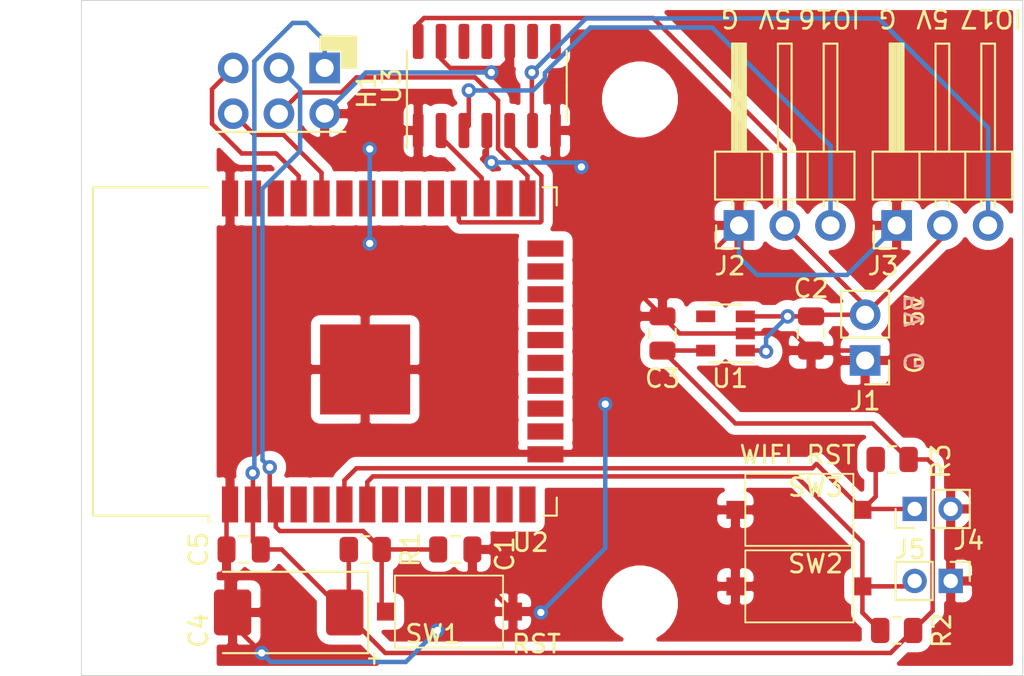
<source format=kicad_pcb>
(kicad_pcb (version 20171130) (host pcbnew 5.1.9+dfsg1-1)

  (general
    (thickness 1.6)
    (drawings 19)
    (tracks 180)
    (zones 0)
    (modules 24)
    (nets 45)
  )

  (page A4)
  (layers
    (0 F.Cu signal)
    (31 B.Cu signal)
    (32 B.Adhes user)
    (33 F.Adhes user)
    (34 B.Paste user)
    (35 F.Paste user)
    (36 B.SilkS user)
    (37 F.SilkS user)
    (38 B.Mask user)
    (39 F.Mask user)
    (40 Dwgs.User user)
    (41 Cmts.User user)
    (42 Eco1.User user)
    (43 Eco2.User user)
    (44 Edge.Cuts user)
    (45 Margin user)
    (46 B.CrtYd user)
    (47 F.CrtYd user)
    (48 B.Fab user)
    (49 F.Fab user)
  )

  (setup
    (last_trace_width 0.25)
    (trace_clearance 0.2)
    (zone_clearance 0.508)
    (zone_45_only no)
    (trace_min 0.2)
    (via_size 0.8)
    (via_drill 0.4)
    (via_min_size 0.4)
    (via_min_drill 0.3)
    (uvia_size 0.3)
    (uvia_drill 0.1)
    (uvias_allowed no)
    (uvia_min_size 0.2)
    (uvia_min_drill 0.1)
    (edge_width 0.05)
    (segment_width 0.2)
    (pcb_text_width 0.3)
    (pcb_text_size 1.5 1.5)
    (mod_edge_width 0.12)
    (mod_text_size 1 1)
    (mod_text_width 0.15)
    (pad_size 1.524 1.524)
    (pad_drill 0.762)
    (pad_to_mask_clearance 0)
    (aux_axis_origin 0 0)
    (visible_elements FFFFFF7F)
    (pcbplotparams
      (layerselection 0x010fc_ffffffff)
      (usegerberextensions false)
      (usegerberattributes true)
      (usegerberadvancedattributes true)
      (creategerberjobfile true)
      (excludeedgelayer true)
      (linewidth 0.100000)
      (plotframeref false)
      (viasonmask false)
      (mode 1)
      (useauxorigin false)
      (hpglpennumber 1)
      (hpglpenspeed 20)
      (hpglpendiameter 15.000000)
      (psnegative false)
      (psa4output false)
      (plotreference true)
      (plotvalue true)
      (plotinvisibletext false)
      (padsonsilk false)
      (subtractmaskfromsilk false)
      (outputformat 1)
      (mirror false)
      (drillshape 1)
      (scaleselection 1)
      (outputdirectory ""))
  )

  (net 0 "")
  (net 1 GND)
  (net 2 5V)
  (net 3 3V)
  (net 4 "Net-(H1-Pad4)")
  (net 5 "Net-(H1-Pad5)")
  (net 6 "Net-(H1-Pad6)")
  (net 7 B-WIFI_RST)
  (net 8 B-F)
  (net 9 "Net-(U1-Pad4)")
  (net 10 "Net-(U2-Pad37)")
  (net 11 "Net-(U2-Pad36)")
  (net 12 "Net-(U2-Pad33)")
  (net 13 "Net-(U2-Pad32)")
  (net 14 "Net-(U2-Pad31)")
  (net 15 "Net-(U2-Pad30)")
  (net 16 "Net-(U2-Pad29)")
  (net 17 "Net-(U2-Pad28)")
  (net 18 "Net-(U2-Pad27)")
  (net 19 "Net-(U2-Pad26)")
  (net 20 "Net-(U2-Pad24)")
  (net 21 "Net-(U2-Pad23)")
  (net 22 "Net-(U2-Pad22)")
  (net 23 "Net-(U2-Pad21)")
  (net 24 "Net-(U2-Pad20)")
  (net 25 "Net-(U2-Pad19)")
  (net 26 "Net-(U2-Pad18)")
  (net 27 "Net-(U2-Pad17)")
  (net 28 "Net-(U2-Pad16)")
  (net 29 "Net-(U2-Pad14)")
  (net 30 "Net-(U2-Pad13)")
  (net 31 "Net-(U2-Pad12)")
  (net 32 "Net-(U2-Pad11)")
  (net 33 "Net-(U2-Pad10)")
  (net 34 "Net-(U2-Pad9)")
  (net 35 "Net-(U2-Pad8)")
  (net 36 "Net-(U2-Pad5)")
  (net 37 "Net-(U2-Pad4)")
  (net 38 "Net-(U3-Pad12)")
  (net 39 "Net-(U3-Pad11)")
  (net 40 "Net-(U3-Pad9)")
  (net 41 "Net-(U3-Pad8)")
  (net 42 /EN)
  (net 43 /IO16)
  (net 44 /IO17)

  (net_class Default "This is the default net class."
    (clearance 0.2)
    (trace_width 0.25)
    (via_dia 0.8)
    (via_drill 0.4)
    (uvia_dia 0.3)
    (uvia_drill 0.1)
    (add_net /EN)
    (add_net /IO16)
    (add_net /IO17)
    (add_net 3V)
    (add_net 5V)
    (add_net B-F)
    (add_net B-WIFI_RST)
    (add_net GND)
    (add_net "Net-(H1-Pad4)")
    (add_net "Net-(H1-Pad5)")
    (add_net "Net-(H1-Pad6)")
    (add_net "Net-(U1-Pad4)")
    (add_net "Net-(U2-Pad10)")
    (add_net "Net-(U2-Pad11)")
    (add_net "Net-(U2-Pad12)")
    (add_net "Net-(U2-Pad13)")
    (add_net "Net-(U2-Pad14)")
    (add_net "Net-(U2-Pad16)")
    (add_net "Net-(U2-Pad17)")
    (add_net "Net-(U2-Pad18)")
    (add_net "Net-(U2-Pad19)")
    (add_net "Net-(U2-Pad20)")
    (add_net "Net-(U2-Pad21)")
    (add_net "Net-(U2-Pad22)")
    (add_net "Net-(U2-Pad23)")
    (add_net "Net-(U2-Pad24)")
    (add_net "Net-(U2-Pad26)")
    (add_net "Net-(U2-Pad27)")
    (add_net "Net-(U2-Pad28)")
    (add_net "Net-(U2-Pad29)")
    (add_net "Net-(U2-Pad30)")
    (add_net "Net-(U2-Pad31)")
    (add_net "Net-(U2-Pad32)")
    (add_net "Net-(U2-Pad33)")
    (add_net "Net-(U2-Pad36)")
    (add_net "Net-(U2-Pad37)")
    (add_net "Net-(U2-Pad4)")
    (add_net "Net-(U2-Pad5)")
    (add_net "Net-(U2-Pad8)")
    (add_net "Net-(U2-Pad9)")
    (add_net "Net-(U3-Pad11)")
    (add_net "Net-(U3-Pad12)")
    (add_net "Net-(U3-Pad8)")
    (add_net "Net-(U3-Pad9)")
  )

  (module MountingHole:MountingHole_3.2mm_M3 (layer F.Cu) (tedit 56D1B4CB) (tstamp 608B6ED8)
    (at 159 90.5)
    (descr "Mounting Hole 3.2mm, no annular, M3")
    (tags "mounting hole 3.2mm no annular m3")
    (path /608EA654)
    (attr virtual)
    (fp_text reference H5 (at 0 -4.2) (layer F.SilkS) hide
      (effects (font (size 1 1) (thickness 0.15)))
    )
    (fp_text value MountingHole (at 0 4.2) (layer F.Fab) hide
      (effects (font (size 1 1) (thickness 0.15)))
    )
    (fp_circle (center 0 0) (end 3.45 0) (layer F.CrtYd) (width 0.05))
    (fp_circle (center 0 0) (end 3.2 0) (layer Cmts.User) (width 0.15))
    (fp_text user %R (at 0.3 0) (layer F.Fab)
      (effects (font (size 1 1) (thickness 0.15)))
    )
    (pad 1 np_thru_hole circle (at 0 0) (size 3.2 3.2) (drill 3.2) (layers *.Cu *.Mask))
  )

  (module MountingHole:MountingHole_3.2mm_M3 (layer F.Cu) (tedit 56D1B4CB) (tstamp 608B6ED0)
    (at 131 118.5)
    (descr "Mounting Hole 3.2mm, no annular, M3")
    (tags "mounting hole 3.2mm no annular m3")
    (path /608EA2B2)
    (attr virtual)
    (fp_text reference H4 (at 0 -4.2) (layer F.SilkS) hide
      (effects (font (size 1 1) (thickness 0.15)))
    )
    (fp_text value MountingHole (at 0 4.2) (layer F.Fab) hide
      (effects (font (size 1 1) (thickness 0.15)))
    )
    (fp_circle (center 0 0) (end 3.45 0) (layer F.CrtYd) (width 0.05))
    (fp_circle (center 0 0) (end 3.2 0) (layer Cmts.User) (width 0.15))
    (fp_text user %R (at 0.3 0) (layer F.Fab)
      (effects (font (size 1 1) (thickness 0.15)))
    )
    (pad 1 np_thru_hole circle (at 0 0) (size 3.2 3.2) (drill 3.2) (layers *.Cu *.Mask))
  )

  (module MountingHole:MountingHole_3.2mm_M3 (layer F.Cu) (tedit 56D1B4CB) (tstamp 608B79CF)
    (at 159 118.5)
    (descr "Mounting Hole 3.2mm, no annular, M3")
    (tags "mounting hole 3.2mm no annular m3")
    (path /608EA1BA)
    (attr virtual)
    (fp_text reference H3 (at 0 -4.2) (layer F.SilkS) hide
      (effects (font (size 1 1) (thickness 0.15)))
    )
    (fp_text value MountingHole (at 0 4.2) (layer F.Fab) hide
      (effects (font (size 1 1) (thickness 0.15)))
    )
    (fp_circle (center 0 0) (end 3.45 0) (layer F.CrtYd) (width 0.05))
    (fp_circle (center 0 0) (end 3.2 0) (layer Cmts.User) (width 0.15))
    (fp_text user %R (at 0.3 0) (layer F.Fab)
      (effects (font (size 1 1) (thickness 0.15)))
    )
    (pad 1 np_thru_hole circle (at 0 0) (size 3.2 3.2) (drill 3.2) (layers *.Cu *.Mask))
  )

  (module MountingHole:MountingHole_3.2mm_M3 (layer F.Cu) (tedit 56D1B4CB) (tstamp 608B6EC0)
    (at 131 90.5)
    (descr "Mounting Hole 3.2mm, no annular, M3")
    (tags "mounting hole 3.2mm no annular m3")
    (path /608E9EFB)
    (attr virtual)
    (fp_text reference H2 (at 0 -4.2) (layer F.SilkS) hide
      (effects (font (size 1 1) (thickness 0.15)))
    )
    (fp_text value MountingHole (at 0 4.2) (layer F.Fab) hide
      (effects (font (size 1 1) (thickness 0.15)))
    )
    (fp_circle (center 0 0) (end 3.45 0) (layer F.CrtYd) (width 0.05))
    (fp_circle (center 0 0) (end 3.2 0) (layer Cmts.User) (width 0.15))
    (fp_text user %R (at 0.3 0) (layer F.Fab)
      (effects (font (size 1 1) (thickness 0.15)))
    )
    (pad 1 np_thru_hole circle (at 0 0) (size 3.2 3.2) (drill 3.2) (layers *.Cu *.Mask))
  )

  (module Package_SO:SO-14_3.9x8.65mm_P1.27mm (layer F.Cu) (tedit 5F427CE7) (tstamp 608B3A73)
    (at 150.5 89.75 90)
    (descr "SO, 14 Pin (https://www.st.com/resource/en/datasheet/l6491.pdf), generated with kicad-footprint-generator ipc_gullwing_generator.py")
    (tags "SO SO")
    (path /608A6D65)
    (attr smd)
    (fp_text reference U3 (at 0 -5.28 90) (layer F.SilkS)
      (effects (font (size 1 1) (thickness 0.15)))
    )
    (fp_text value 74AHC125 (at 0 5.28 90) (layer F.Fab)
      (effects (font (size 1 1) (thickness 0.15)))
    )
    (fp_line (start 3.7 -4.58) (end -3.7 -4.58) (layer F.CrtYd) (width 0.05))
    (fp_line (start 3.7 4.58) (end 3.7 -4.58) (layer F.CrtYd) (width 0.05))
    (fp_line (start -3.7 4.58) (end 3.7 4.58) (layer F.CrtYd) (width 0.05))
    (fp_line (start -3.7 -4.58) (end -3.7 4.58) (layer F.CrtYd) (width 0.05))
    (fp_line (start -1.95 -3.35) (end -0.975 -4.325) (layer F.Fab) (width 0.1))
    (fp_line (start -1.95 4.325) (end -1.95 -3.35) (layer F.Fab) (width 0.1))
    (fp_line (start 1.95 4.325) (end -1.95 4.325) (layer F.Fab) (width 0.1))
    (fp_line (start 1.95 -4.325) (end 1.95 4.325) (layer F.Fab) (width 0.1))
    (fp_line (start -0.975 -4.325) (end 1.95 -4.325) (layer F.Fab) (width 0.1))
    (fp_line (start 0 -4.435) (end -3.45 -4.435) (layer F.SilkS) (width 0.12))
    (fp_line (start 0 -4.435) (end 1.95 -4.435) (layer F.SilkS) (width 0.12))
    (fp_line (start 0 4.435) (end -1.95 4.435) (layer F.SilkS) (width 0.12))
    (fp_line (start 0 4.435) (end 1.95 4.435) (layer F.SilkS) (width 0.12))
    (fp_text user %R (at 0 0 90) (layer F.Fab)
      (effects (font (size 0.98 0.98) (thickness 0.15)))
    )
    (pad 14 smd roundrect (at 2.475 -3.81 90) (size 1.95 0.6) (layers F.Cu F.Paste F.Mask) (roundrect_rratio 0.25)
      (net 2 5V))
    (pad 13 smd roundrect (at 2.475 -2.54 90) (size 1.95 0.6) (layers F.Cu F.Paste F.Mask) (roundrect_rratio 0.25)
      (net 1 GND))
    (pad 12 smd roundrect (at 2.475 -1.27 90) (size 1.95 0.6) (layers F.Cu F.Paste F.Mask) (roundrect_rratio 0.25)
      (net 38 "Net-(U3-Pad12)"))
    (pad 11 smd roundrect (at 2.475 0 90) (size 1.95 0.6) (layers F.Cu F.Paste F.Mask) (roundrect_rratio 0.25)
      (net 39 "Net-(U3-Pad11)"))
    (pad 10 smd roundrect (at 2.475 1.27 90) (size 1.95 0.6) (layers F.Cu F.Paste F.Mask) (roundrect_rratio 0.25)
      (net 1 GND))
    (pad 9 smd roundrect (at 2.475 2.54 90) (size 1.95 0.6) (layers F.Cu F.Paste F.Mask) (roundrect_rratio 0.25)
      (net 40 "Net-(U3-Pad9)"))
    (pad 8 smd roundrect (at 2.475 3.81 90) (size 1.95 0.6) (layers F.Cu F.Paste F.Mask) (roundrect_rratio 0.25)
      (net 41 "Net-(U3-Pad8)"))
    (pad 7 smd roundrect (at -2.475 3.81 90) (size 1.95 0.6) (layers F.Cu F.Paste F.Mask) (roundrect_rratio 0.25)
      (net 1 GND))
    (pad 6 smd roundrect (at -2.475 2.54 90) (size 1.95 0.6) (layers F.Cu F.Paste F.Mask) (roundrect_rratio 0.25)
      (net 44 /IO17))
    (pad 5 smd roundrect (at -2.475 1.27 90) (size 1.95 0.6) (layers F.Cu F.Paste F.Mask) (roundrect_rratio 0.25)
      (net 17 "Net-(U2-Pad28)"))
    (pad 4 smd roundrect (at -2.475 0 90) (size 1.95 0.6) (layers F.Cu F.Paste F.Mask) (roundrect_rratio 0.25)
      (net 1 GND))
    (pad 3 smd roundrect (at -2.475 -1.27 90) (size 1.95 0.6) (layers F.Cu F.Paste F.Mask) (roundrect_rratio 0.25)
      (net 43 /IO16))
    (pad 2 smd roundrect (at -2.475 -2.54 90) (size 1.95 0.6) (layers F.Cu F.Paste F.Mask) (roundrect_rratio 0.25)
      (net 18 "Net-(U2-Pad27)"))
    (pad 1 smd roundrect (at -2.475 -3.81 90) (size 1.95 0.6) (layers F.Cu F.Paste F.Mask) (roundrect_rratio 0.25)
      (net 1 GND))
    (model ${KISYS3DMOD}/Package_SO.3dshapes/SO-14_3.9x8.65mm_P1.27mm.wrl
      (at (xyz 0 0 0))
      (scale (xyz 1 1 1))
      (rotate (xyz 0 0 0))
    )
  )

  (module RF_Module:ESP32-WROOM-32 (layer F.Cu) (tedit 5B5B4654) (tstamp 608B3A53)
    (at 144.5 104.5 90)
    (descr "Single 2.4 GHz Wi-Fi and Bluetooth combo chip https://www.espressif.com/sites/default/files/documentation/esp32-wroom-32_datasheet_en.pdf")
    (tags "Single 2.4 GHz Wi-Fi and Bluetooth combo  chip")
    (path /60889F10)
    (attr smd)
    (fp_text reference U2 (at -10.61 8.43) (layer F.SilkS)
      (effects (font (size 1 1) (thickness 0.15)))
    )
    (fp_text value ESP32-WROOM-32D (at 0 11.5 90) (layer F.Fab)
      (effects (font (size 1 1) (thickness 0.15)))
    )
    (fp_line (start -9.12 -9.445) (end -9.5 -9.445) (layer F.SilkS) (width 0.12))
    (fp_line (start -9.12 -15.865) (end -9.12 -9.445) (layer F.SilkS) (width 0.12))
    (fp_line (start 9.12 -15.865) (end 9.12 -9.445) (layer F.SilkS) (width 0.12))
    (fp_line (start -9.12 -15.865) (end 9.12 -15.865) (layer F.SilkS) (width 0.12))
    (fp_line (start 9.12 9.88) (end 8.12 9.88) (layer F.SilkS) (width 0.12))
    (fp_line (start 9.12 9.1) (end 9.12 9.88) (layer F.SilkS) (width 0.12))
    (fp_line (start -9.12 9.88) (end -8.12 9.88) (layer F.SilkS) (width 0.12))
    (fp_line (start -9.12 9.1) (end -9.12 9.88) (layer F.SilkS) (width 0.12))
    (fp_line (start 8.4 -20.6) (end 8.2 -20.4) (layer Cmts.User) (width 0.1))
    (fp_line (start 8.4 -16) (end 8.4 -20.6) (layer Cmts.User) (width 0.1))
    (fp_line (start 8.4 -20.6) (end 8.6 -20.4) (layer Cmts.User) (width 0.1))
    (fp_line (start 8.4 -16) (end 8.6 -16.2) (layer Cmts.User) (width 0.1))
    (fp_line (start 8.4 -16) (end 8.2 -16.2) (layer Cmts.User) (width 0.1))
    (fp_line (start -9.2 -13.875) (end -9.4 -14.075) (layer Cmts.User) (width 0.1))
    (fp_line (start -13.8 -13.875) (end -9.2 -13.875) (layer Cmts.User) (width 0.1))
    (fp_line (start -9.2 -13.875) (end -9.4 -13.675) (layer Cmts.User) (width 0.1))
    (fp_line (start -13.8 -13.875) (end -13.6 -13.675) (layer Cmts.User) (width 0.1))
    (fp_line (start -13.8 -13.875) (end -13.6 -14.075) (layer Cmts.User) (width 0.1))
    (fp_line (start 9.2 -13.875) (end 9.4 -13.675) (layer Cmts.User) (width 0.1))
    (fp_line (start 9.2 -13.875) (end 9.4 -14.075) (layer Cmts.User) (width 0.1))
    (fp_line (start 13.8 -13.875) (end 13.6 -13.675) (layer Cmts.User) (width 0.1))
    (fp_line (start 13.8 -13.875) (end 13.6 -14.075) (layer Cmts.User) (width 0.1))
    (fp_line (start 9.2 -13.875) (end 13.8 -13.875) (layer Cmts.User) (width 0.1))
    (fp_line (start 14 -11.585) (end 12 -9.97) (layer Dwgs.User) (width 0.1))
    (fp_line (start 14 -13.2) (end 10 -9.97) (layer Dwgs.User) (width 0.1))
    (fp_line (start 14 -14.815) (end 8 -9.97) (layer Dwgs.User) (width 0.1))
    (fp_line (start 14 -16.43) (end 6 -9.97) (layer Dwgs.User) (width 0.1))
    (fp_line (start 14 -18.045) (end 4 -9.97) (layer Dwgs.User) (width 0.1))
    (fp_line (start 14 -19.66) (end 2 -9.97) (layer Dwgs.User) (width 0.1))
    (fp_line (start 13.475 -20.75) (end 0 -9.97) (layer Dwgs.User) (width 0.1))
    (fp_line (start 11.475 -20.75) (end -2 -9.97) (layer Dwgs.User) (width 0.1))
    (fp_line (start 9.475 -20.75) (end -4 -9.97) (layer Dwgs.User) (width 0.1))
    (fp_line (start 7.475 -20.75) (end -6 -9.97) (layer Dwgs.User) (width 0.1))
    (fp_line (start -8 -9.97) (end 5.475 -20.75) (layer Dwgs.User) (width 0.1))
    (fp_line (start 3.475 -20.75) (end -10 -9.97) (layer Dwgs.User) (width 0.1))
    (fp_line (start 1.475 -20.75) (end -12 -9.97) (layer Dwgs.User) (width 0.1))
    (fp_line (start -0.525 -20.75) (end -14 -9.97) (layer Dwgs.User) (width 0.1))
    (fp_line (start -2.525 -20.75) (end -14 -11.585) (layer Dwgs.User) (width 0.1))
    (fp_line (start -4.525 -20.75) (end -14 -13.2) (layer Dwgs.User) (width 0.1))
    (fp_line (start -6.525 -20.75) (end -14 -14.815) (layer Dwgs.User) (width 0.1))
    (fp_line (start -8.525 -20.75) (end -14 -16.43) (layer Dwgs.User) (width 0.1))
    (fp_line (start -10.525 -20.75) (end -14 -18.045) (layer Dwgs.User) (width 0.1))
    (fp_line (start -12.525 -20.75) (end -14 -19.66) (layer Dwgs.User) (width 0.1))
    (fp_line (start 9.75 -9.72) (end 14.25 -9.72) (layer F.CrtYd) (width 0.05))
    (fp_line (start -14.25 -9.72) (end -9.75 -9.72) (layer F.CrtYd) (width 0.05))
    (fp_line (start 14.25 -21) (end 14.25 -9.72) (layer F.CrtYd) (width 0.05))
    (fp_line (start -14.25 -21) (end -14.25 -9.72) (layer F.CrtYd) (width 0.05))
    (fp_line (start 14 -20.75) (end -14 -20.75) (layer Dwgs.User) (width 0.1))
    (fp_line (start 14 -9.97) (end 14 -20.75) (layer Dwgs.User) (width 0.1))
    (fp_line (start 14 -9.97) (end -14 -9.97) (layer Dwgs.User) (width 0.1))
    (fp_line (start -9 -9.02) (end -8.5 -9.52) (layer F.Fab) (width 0.1))
    (fp_line (start -8.5 -9.52) (end -9 -10.02) (layer F.Fab) (width 0.1))
    (fp_line (start -9 -9.02) (end -9 9.76) (layer F.Fab) (width 0.1))
    (fp_line (start -14.25 -21) (end 14.25 -21) (layer F.CrtYd) (width 0.05))
    (fp_line (start 9.75 -9.72) (end 9.75 10.5) (layer F.CrtYd) (width 0.05))
    (fp_line (start -9.75 10.5) (end 9.75 10.5) (layer F.CrtYd) (width 0.05))
    (fp_line (start -9.75 10.5) (end -9.75 -9.72) (layer F.CrtYd) (width 0.05))
    (fp_line (start -9 -15.745) (end 9 -15.745) (layer F.Fab) (width 0.1))
    (fp_line (start -9 -15.745) (end -9 -10.02) (layer F.Fab) (width 0.1))
    (fp_line (start -9 9.76) (end 9 9.76) (layer F.Fab) (width 0.1))
    (fp_line (start 9 9.76) (end 9 -15.745) (layer F.Fab) (width 0.1))
    (fp_line (start -14 -9.97) (end -14 -20.75) (layer Dwgs.User) (width 0.1))
    (fp_text user "5 mm" (at 7.8 -19.075) (layer Cmts.User)
      (effects (font (size 0.5 0.5) (thickness 0.1)))
    )
    (fp_text user "5 mm" (at -11.2 -14.375 90) (layer Cmts.User)
      (effects (font (size 0.5 0.5) (thickness 0.1)))
    )
    (fp_text user "5 mm" (at 11.8 -14.375 90) (layer Cmts.User)
      (effects (font (size 0.5 0.5) (thickness 0.1)))
    )
    (fp_text user Antenna (at 0 -13 90) (layer Cmts.User)
      (effects (font (size 1 1) (thickness 0.15)))
    )
    (fp_text user "KEEP-OUT ZONE" (at 0 -19 90) (layer Cmts.User)
      (effects (font (size 1 1) (thickness 0.15)))
    )
    (fp_text user %R (at 0 0 90) (layer F.Fab)
      (effects (font (size 1 1) (thickness 0.15)))
    )
    (pad 38 smd rect (at 8.5 -8.255 90) (size 2 0.9) (layers F.Cu F.Paste F.Mask)
      (net 1 GND))
    (pad 37 smd rect (at 8.5 -6.985 90) (size 2 0.9) (layers F.Cu F.Paste F.Mask)
      (net 10 "Net-(U2-Pad37)"))
    (pad 36 smd rect (at 8.5 -5.715 90) (size 2 0.9) (layers F.Cu F.Paste F.Mask)
      (net 11 "Net-(U2-Pad36)"))
    (pad 35 smd rect (at 8.5 -4.445 90) (size 2 0.9) (layers F.Cu F.Paste F.Mask)
      (net 5 "Net-(H1-Pad5)"))
    (pad 34 smd rect (at 8.5 -3.175 90) (size 2 0.9) (layers F.Cu F.Paste F.Mask)
      (net 6 "Net-(H1-Pad6)"))
    (pad 33 smd rect (at 8.5 -1.905 90) (size 2 0.9) (layers F.Cu F.Paste F.Mask)
      (net 12 "Net-(U2-Pad33)"))
    (pad 32 smd rect (at 8.5 -0.635 90) (size 2 0.9) (layers F.Cu F.Paste F.Mask)
      (net 13 "Net-(U2-Pad32)"))
    (pad 31 smd rect (at 8.5 0.635 90) (size 2 0.9) (layers F.Cu F.Paste F.Mask)
      (net 14 "Net-(U2-Pad31)"))
    (pad 30 smd rect (at 8.5 1.905 90) (size 2 0.9) (layers F.Cu F.Paste F.Mask)
      (net 15 "Net-(U2-Pad30)"))
    (pad 29 smd rect (at 8.5 3.175 90) (size 2 0.9) (layers F.Cu F.Paste F.Mask)
      (net 16 "Net-(U2-Pad29)"))
    (pad 28 smd rect (at 8.5 4.445 90) (size 2 0.9) (layers F.Cu F.Paste F.Mask)
      (net 17 "Net-(U2-Pad28)"))
    (pad 27 smd rect (at 8.5 5.715 90) (size 2 0.9) (layers F.Cu F.Paste F.Mask)
      (net 18 "Net-(U2-Pad27)"))
    (pad 26 smd rect (at 8.5 6.985 90) (size 2 0.9) (layers F.Cu F.Paste F.Mask)
      (net 19 "Net-(U2-Pad26)"))
    (pad 25 smd rect (at 8.5 8.255 90) (size 2 0.9) (layers F.Cu F.Paste F.Mask)
      (net 4 "Net-(H1-Pad4)"))
    (pad 24 smd rect (at 5.715 9.255 180) (size 2 0.9) (layers F.Cu F.Paste F.Mask)
      (net 20 "Net-(U2-Pad24)"))
    (pad 23 smd rect (at 4.445 9.255 180) (size 2 0.9) (layers F.Cu F.Paste F.Mask)
      (net 21 "Net-(U2-Pad23)"))
    (pad 22 smd rect (at 3.175 9.255 180) (size 2 0.9) (layers F.Cu F.Paste F.Mask)
      (net 22 "Net-(U2-Pad22)"))
    (pad 21 smd rect (at 1.905 9.255 180) (size 2 0.9) (layers F.Cu F.Paste F.Mask)
      (net 23 "Net-(U2-Pad21)"))
    (pad 20 smd rect (at 0.635 9.255 180) (size 2 0.9) (layers F.Cu F.Paste F.Mask)
      (net 24 "Net-(U2-Pad20)"))
    (pad 19 smd rect (at -0.635 9.255 180) (size 2 0.9) (layers F.Cu F.Paste F.Mask)
      (net 25 "Net-(U2-Pad19)"))
    (pad 18 smd rect (at -1.905 9.255 180) (size 2 0.9) (layers F.Cu F.Paste F.Mask)
      (net 26 "Net-(U2-Pad18)"))
    (pad 17 smd rect (at -3.175 9.255 180) (size 2 0.9) (layers F.Cu F.Paste F.Mask)
      (net 27 "Net-(U2-Pad17)"))
    (pad 16 smd rect (at -4.445 9.255 180) (size 2 0.9) (layers F.Cu F.Paste F.Mask)
      (net 28 "Net-(U2-Pad16)"))
    (pad 15 smd rect (at -5.715 9.255 180) (size 2 0.9) (layers F.Cu F.Paste F.Mask)
      (net 1 GND))
    (pad 14 smd rect (at -8.5 8.255 90) (size 2 0.9) (layers F.Cu F.Paste F.Mask)
      (net 29 "Net-(U2-Pad14)"))
    (pad 13 smd rect (at -8.5 6.985 90) (size 2 0.9) (layers F.Cu F.Paste F.Mask)
      (net 30 "Net-(U2-Pad13)"))
    (pad 12 smd rect (at -8.5 5.715 90) (size 2 0.9) (layers F.Cu F.Paste F.Mask)
      (net 31 "Net-(U2-Pad12)"))
    (pad 11 smd rect (at -8.5 4.445 90) (size 2 0.9) (layers F.Cu F.Paste F.Mask)
      (net 32 "Net-(U2-Pad11)"))
    (pad 10 smd rect (at -8.5 3.175 90) (size 2 0.9) (layers F.Cu F.Paste F.Mask)
      (net 33 "Net-(U2-Pad10)"))
    (pad 9 smd rect (at -8.5 1.905 90) (size 2 0.9) (layers F.Cu F.Paste F.Mask)
      (net 34 "Net-(U2-Pad9)"))
    (pad 8 smd rect (at -8.5 0.635 90) (size 2 0.9) (layers F.Cu F.Paste F.Mask)
      (net 35 "Net-(U2-Pad8)"))
    (pad 7 smd rect (at -8.5 -0.635 90) (size 2 0.9) (layers F.Cu F.Paste F.Mask)
      (net 8 B-F))
    (pad 6 smd rect (at -8.5 -1.905 90) (size 2 0.9) (layers F.Cu F.Paste F.Mask)
      (net 7 B-WIFI_RST))
    (pad 5 smd rect (at -8.5 -3.175 90) (size 2 0.9) (layers F.Cu F.Paste F.Mask)
      (net 36 "Net-(U2-Pad5)"))
    (pad 4 smd rect (at -8.5 -4.445 90) (size 2 0.9) (layers F.Cu F.Paste F.Mask)
      (net 37 "Net-(U2-Pad4)"))
    (pad 3 smd rect (at -8.5 -5.715 90) (size 2 0.9) (layers F.Cu F.Paste F.Mask)
      (net 42 /EN))
    (pad 2 smd rect (at -8.5 -6.985 90) (size 2 0.9) (layers F.Cu F.Paste F.Mask)
      (net 3 3V))
    (pad 1 smd rect (at -8.5 -8.255 90) (size 2 0.9) (layers F.Cu F.Paste F.Mask)
      (net 1 GND))
    (pad 39 smd rect (at -1 -0.755 90) (size 5 5) (layers F.Cu F.Paste F.Mask)
      (net 1 GND))
    (model ${KISYS3DMOD}/RF_Module.3dshapes/ESP32-WROOM-32.wrl
      (at (xyz 0 0 0))
      (scale (xyz 1 1 1))
      (rotate (xyz 0 0 0))
    )
  )

  (module Package_TO_SOT_SMD:SOT-23-5 (layer F.Cu) (tedit 5A02FF57) (tstamp 608B39E4)
    (at 163.75 103.5 180)
    (descr "5-pin SOT23 package")
    (tags SOT-23-5)
    (path /60886F14)
    (attr smd)
    (fp_text reference U1 (at -0.25 -2.5) (layer F.SilkS)
      (effects (font (size 1 1) (thickness 0.15)))
    )
    (fp_text value XC6220B331MR (at 0 2.9) (layer F.Fab) hide
      (effects (font (size 1 1) (thickness 0.15)))
    )
    (fp_line (start 0.9 -1.55) (end 0.9 1.55) (layer F.Fab) (width 0.1))
    (fp_line (start 0.9 1.55) (end -0.9 1.55) (layer F.Fab) (width 0.1))
    (fp_line (start -0.9 -0.9) (end -0.9 1.55) (layer F.Fab) (width 0.1))
    (fp_line (start 0.9 -1.55) (end -0.25 -1.55) (layer F.Fab) (width 0.1))
    (fp_line (start -0.9 -0.9) (end -0.25 -1.55) (layer F.Fab) (width 0.1))
    (fp_line (start -1.9 1.8) (end -1.9 -1.8) (layer F.CrtYd) (width 0.05))
    (fp_line (start 1.9 1.8) (end -1.9 1.8) (layer F.CrtYd) (width 0.05))
    (fp_line (start 1.9 -1.8) (end 1.9 1.8) (layer F.CrtYd) (width 0.05))
    (fp_line (start -1.9 -1.8) (end 1.9 -1.8) (layer F.CrtYd) (width 0.05))
    (fp_line (start 0.9 -1.61) (end -1.55 -1.61) (layer F.SilkS) (width 0.12))
    (fp_line (start -0.9 1.61) (end 0.9 1.61) (layer F.SilkS) (width 0.12))
    (fp_text user %R (at 0 0 90) (layer F.Fab)
      (effects (font (size 0.5 0.5) (thickness 0.075)))
    )
    (pad 5 smd rect (at 1.1 -0.95 180) (size 1.06 0.65) (layers F.Cu F.Paste F.Mask)
      (net 3 3V))
    (pad 4 smd rect (at 1.1 0.95 180) (size 1.06 0.65) (layers F.Cu F.Paste F.Mask)
      (net 9 "Net-(U1-Pad4)"))
    (pad 3 smd rect (at -1.1 0.95 180) (size 1.06 0.65) (layers F.Cu F.Paste F.Mask)
      (net 2 5V))
    (pad 2 smd rect (at -1.1 0 180) (size 1.06 0.65) (layers F.Cu F.Paste F.Mask)
      (net 1 GND))
    (pad 1 smd rect (at -1.1 -0.95 180) (size 1.06 0.65) (layers F.Cu F.Paste F.Mask)
      (net 2 5V))
    (model ${KISYS3DMOD}/Package_TO_SOT_SMD.3dshapes/SOT-23-5.wrl
      (at (xyz 0 0 0))
      (scale (xyz 1 1 1))
      (rotate (xyz 0 0 0))
    )
  )

  (module push:SMD_Button (layer F.Cu) (tedit 5F2D5AE8) (tstamp 608B39CF)
    (at 168 113.5)
    (path /6089A7EE)
    (fp_text reference SW3 (at 0.75 -1.45) (layer F.SilkS)
      (effects (font (size 1 1) (thickness 0.15)))
    )
    (fp_text value WIFI_RST (at -0.15 2.8) (layer F.Fab)
      (effects (font (size 1 1) (thickness 0.15)))
    )
    (fp_line (start 2.85 -2.2) (end -3.15 -2.2) (layer F.SilkS) (width 0.1))
    (fp_line (start 2.85 1.8) (end 2.85 -2.2) (layer F.SilkS) (width 0.1))
    (fp_line (start -3.15 1.8) (end 2.85 1.8) (layer F.SilkS) (width 0.1))
    (fp_line (start -3.15 -2.2) (end -3.15 1.8) (layer F.SilkS) (width 0.1))
    (pad 2 smd rect (at -3.7 -0.2) (size 1 1) (layers F.Cu F.Paste F.Mask)
      (net 1 GND))
    (pad 1 smd rect (at 3.35 -0.2) (size 1 1) (layers F.Cu F.Paste F.Mask)
      (net 7 B-WIFI_RST))
  )

  (module push:SMD_Button (layer F.Cu) (tedit 5F2D5AE8) (tstamp 608B39C5)
    (at 168 117.75)
    (path /6089A510)
    (fp_text reference SW2 (at 0.75 -1.45) (layer F.SilkS)
      (effects (font (size 1 1) (thickness 0.15)))
    )
    (fp_text value F (at -0.15 2.8) (layer F.Fab)
      (effects (font (size 1 1) (thickness 0.15)))
    )
    (fp_line (start 2.85 -2.2) (end -3.15 -2.2) (layer F.SilkS) (width 0.1))
    (fp_line (start 2.85 1.8) (end 2.85 -2.2) (layer F.SilkS) (width 0.1))
    (fp_line (start -3.15 1.8) (end 2.85 1.8) (layer F.SilkS) (width 0.1))
    (fp_line (start -3.15 -2.2) (end -3.15 1.8) (layer F.SilkS) (width 0.1))
    (pad 2 smd rect (at -3.7 -0.2) (size 1 1) (layers F.Cu F.Paste F.Mask)
      (net 1 GND))
    (pad 1 smd rect (at 3.35 -0.2) (size 1 1) (layers F.Cu F.Paste F.Mask)
      (net 8 B-F))
  )

  (module push:SMD_Button (layer F.Cu) (tedit 5F2D5AE8) (tstamp 608B39BB)
    (at 148.25 118.75 180)
    (path /60897373)
    (fp_text reference SW1 (at 0.75 -1.45) (layer F.SilkS)
      (effects (font (size 1 1) (thickness 0.15)))
    )
    (fp_text value RST (at -0.15 2.8) (layer F.Fab) hide
      (effects (font (size 1 1) (thickness 0.15)))
    )
    (fp_line (start 2.85 -2.2) (end -3.15 -2.2) (layer F.SilkS) (width 0.1))
    (fp_line (start 2.85 1.8) (end 2.85 -2.2) (layer F.SilkS) (width 0.1))
    (fp_line (start -3.15 1.8) (end 2.85 1.8) (layer F.SilkS) (width 0.1))
    (fp_line (start -3.15 -2.2) (end -3.15 1.8) (layer F.SilkS) (width 0.1))
    (pad 2 smd rect (at -3.7 -0.2 180) (size 1 1) (layers F.Cu F.Paste F.Mask)
      (net 1 GND))
    (pad 1 smd rect (at 3.35 -0.2 180) (size 1 1) (layers F.Cu F.Paste F.Mask)
      (net 42 /EN))
  )

  (module Resistor_SMD:R_0805_2012Metric (layer F.Cu) (tedit 5F68FEEE) (tstamp 608B39B1)
    (at 173 110.5 180)
    (descr "Resistor SMD 0805 (2012 Metric), square (rectangular) end terminal, IPC_7351 nominal, (Body size source: IPC-SM-782 page 72, https://www.pcb-3d.com/wordpress/wp-content/uploads/ipc-sm-782a_amendment_1_and_2.pdf), generated with kicad-footprint-generator")
    (tags resistor)
    (path /608BB3E2)
    (attr smd)
    (fp_text reference R3 (at -2.7 -0.1 90) (layer F.SilkS)
      (effects (font (size 1 1) (thickness 0.15)))
    )
    (fp_text value 10k (at 0 1.65) (layer F.Fab) hide
      (effects (font (size 1 1) (thickness 0.15)))
    )
    (fp_line (start 1.68 0.95) (end -1.68 0.95) (layer F.CrtYd) (width 0.05))
    (fp_line (start 1.68 -0.95) (end 1.68 0.95) (layer F.CrtYd) (width 0.05))
    (fp_line (start -1.68 -0.95) (end 1.68 -0.95) (layer F.CrtYd) (width 0.05))
    (fp_line (start -1.68 0.95) (end -1.68 -0.95) (layer F.CrtYd) (width 0.05))
    (fp_line (start -0.227064 0.735) (end 0.227064 0.735) (layer F.SilkS) (width 0.12))
    (fp_line (start -0.227064 -0.735) (end 0.227064 -0.735) (layer F.SilkS) (width 0.12))
    (fp_line (start 1 0.625) (end -1 0.625) (layer F.Fab) (width 0.1))
    (fp_line (start 1 -0.625) (end 1 0.625) (layer F.Fab) (width 0.1))
    (fp_line (start -1 -0.625) (end 1 -0.625) (layer F.Fab) (width 0.1))
    (fp_line (start -1 0.625) (end -1 -0.625) (layer F.Fab) (width 0.1))
    (fp_text user %R (at 0 0) (layer F.Fab)
      (effects (font (size 0.5 0.5) (thickness 0.08)))
    )
    (pad 2 smd roundrect (at 0.9125 0 180) (size 1.025 1.4) (layers F.Cu F.Paste F.Mask) (roundrect_rratio 0.243902)
      (net 7 B-WIFI_RST))
    (pad 1 smd roundrect (at -0.9125 0 180) (size 1.025 1.4) (layers F.Cu F.Paste F.Mask) (roundrect_rratio 0.243902)
      (net 3 3V))
    (model ${KISYS3DMOD}/Resistor_SMD.3dshapes/R_0805_2012Metric.wrl
      (at (xyz 0 0 0))
      (scale (xyz 1 1 1))
      (rotate (xyz 0 0 0))
    )
  )

  (module Resistor_SMD:R_0805_2012Metric (layer F.Cu) (tedit 5F68FEEE) (tstamp 608B39A0)
    (at 173.25 120 180)
    (descr "Resistor SMD 0805 (2012 Metric), square (rectangular) end terminal, IPC_7351 nominal, (Body size source: IPC-SM-782 page 72, https://www.pcb-3d.com/wordpress/wp-content/uploads/ipc-sm-782a_amendment_1_and_2.pdf), generated with kicad-footprint-generator")
    (tags resistor)
    (path /608BAEE2)
    (attr smd)
    (fp_text reference R2 (at -2.5 0 90) (layer F.SilkS)
      (effects (font (size 1 1) (thickness 0.15)))
    )
    (fp_text value 10k (at 0 1.65) (layer F.Fab) hide
      (effects (font (size 1 1) (thickness 0.15)))
    )
    (fp_line (start 1.68 0.95) (end -1.68 0.95) (layer F.CrtYd) (width 0.05))
    (fp_line (start 1.68 -0.95) (end 1.68 0.95) (layer F.CrtYd) (width 0.05))
    (fp_line (start -1.68 -0.95) (end 1.68 -0.95) (layer F.CrtYd) (width 0.05))
    (fp_line (start -1.68 0.95) (end -1.68 -0.95) (layer F.CrtYd) (width 0.05))
    (fp_line (start -0.227064 0.735) (end 0.227064 0.735) (layer F.SilkS) (width 0.12))
    (fp_line (start -0.227064 -0.735) (end 0.227064 -0.735) (layer F.SilkS) (width 0.12))
    (fp_line (start 1 0.625) (end -1 0.625) (layer F.Fab) (width 0.1))
    (fp_line (start 1 -0.625) (end 1 0.625) (layer F.Fab) (width 0.1))
    (fp_line (start -1 -0.625) (end 1 -0.625) (layer F.Fab) (width 0.1))
    (fp_line (start -1 0.625) (end -1 -0.625) (layer F.Fab) (width 0.1))
    (fp_text user %R (at 0 0) (layer F.Fab)
      (effects (font (size 0.5 0.5) (thickness 0.08)))
    )
    (pad 2 smd roundrect (at 0.9125 0 180) (size 1.025 1.4) (layers F.Cu F.Paste F.Mask) (roundrect_rratio 0.243902)
      (net 8 B-F))
    (pad 1 smd roundrect (at -0.9125 0 180) (size 1.025 1.4) (layers F.Cu F.Paste F.Mask) (roundrect_rratio 0.243902)
      (net 3 3V))
    (model ${KISYS3DMOD}/Resistor_SMD.3dshapes/R_0805_2012Metric.wrl
      (at (xyz 0 0 0))
      (scale (xyz 1 1 1))
      (rotate (xyz 0 0 0))
    )
  )

  (module Resistor_SMD:R_0805_2012Metric (layer F.Cu) (tedit 5F68FEEE) (tstamp 608B398F)
    (at 143.75 115.5)
    (descr "Resistor SMD 0805 (2012 Metric), square (rectangular) end terminal, IPC_7351 nominal, (Body size source: IPC-SM-782 page 72, https://www.pcb-3d.com/wordpress/wp-content/uploads/ipc-sm-782a_amendment_1_and_2.pdf), generated with kicad-footprint-generator")
    (tags resistor)
    (path /60898B33)
    (attr smd)
    (fp_text reference R1 (at 2.5 0 90) (layer F.SilkS)
      (effects (font (size 1 1) (thickness 0.15)))
    )
    (fp_text value 10k (at 0 1.65) (layer F.Fab) hide
      (effects (font (size 1 1) (thickness 0.15)))
    )
    (fp_line (start 1.68 0.95) (end -1.68 0.95) (layer F.CrtYd) (width 0.05))
    (fp_line (start 1.68 -0.95) (end 1.68 0.95) (layer F.CrtYd) (width 0.05))
    (fp_line (start -1.68 -0.95) (end 1.68 -0.95) (layer F.CrtYd) (width 0.05))
    (fp_line (start -1.68 0.95) (end -1.68 -0.95) (layer F.CrtYd) (width 0.05))
    (fp_line (start -0.227064 0.735) (end 0.227064 0.735) (layer F.SilkS) (width 0.12))
    (fp_line (start -0.227064 -0.735) (end 0.227064 -0.735) (layer F.SilkS) (width 0.12))
    (fp_line (start 1 0.625) (end -1 0.625) (layer F.Fab) (width 0.1))
    (fp_line (start 1 -0.625) (end 1 0.625) (layer F.Fab) (width 0.1))
    (fp_line (start -1 -0.625) (end 1 -0.625) (layer F.Fab) (width 0.1))
    (fp_line (start -1 0.625) (end -1 -0.625) (layer F.Fab) (width 0.1))
    (fp_text user %R (at 0 0) (layer F.Fab)
      (effects (font (size 0.5 0.5) (thickness 0.08)))
    )
    (pad 2 smd roundrect (at 0.9125 0) (size 1.025 1.4) (layers F.Cu F.Paste F.Mask) (roundrect_rratio 0.243902)
      (net 42 /EN))
    (pad 1 smd roundrect (at -0.9125 0) (size 1.025 1.4) (layers F.Cu F.Paste F.Mask) (roundrect_rratio 0.243902)
      (net 3 3V))
    (model ${KISYS3DMOD}/Resistor_SMD.3dshapes/R_0805_2012Metric.wrl
      (at (xyz 0 0 0))
      (scale (xyz 1 1 1))
      (rotate (xyz 0 0 0))
    )
  )

  (module Connector_PinHeader_2.00mm:PinHeader_1x02_P2.00mm_Vertical (layer F.Cu) (tedit 59FED667) (tstamp 608B397E)
    (at 176.25 117.25 270)
    (descr "Through hole straight pin header, 1x02, 2.00mm pitch, single row")
    (tags "Through hole pin header THT 1x02 2.00mm single row")
    (path /6089B1EC)
    (fp_text reference J5 (at -1.75 2.25 180) (layer F.SilkS)
      (effects (font (size 1 1) (thickness 0.15)))
    )
    (fp_text value C-F (at 0 4.06 90) (layer F.Fab) hide
      (effects (font (size 1 1) (thickness 0.15)))
    )
    (fp_line (start 1.5 -1.5) (end -1.5 -1.5) (layer F.CrtYd) (width 0.05))
    (fp_line (start 1.5 3.5) (end 1.5 -1.5) (layer F.CrtYd) (width 0.05))
    (fp_line (start -1.5 3.5) (end 1.5 3.5) (layer F.CrtYd) (width 0.05))
    (fp_line (start -1.5 -1.5) (end -1.5 3.5) (layer F.CrtYd) (width 0.05))
    (fp_line (start -1.06 -1.06) (end 0 -1.06) (layer F.SilkS) (width 0.12))
    (fp_line (start -1.06 0) (end -1.06 -1.06) (layer F.SilkS) (width 0.12))
    (fp_line (start -1.06 1) (end 1.06 1) (layer F.SilkS) (width 0.12))
    (fp_line (start 1.06 1) (end 1.06 3.06) (layer F.SilkS) (width 0.12))
    (fp_line (start -1.06 1) (end -1.06 3.06) (layer F.SilkS) (width 0.12))
    (fp_line (start -1.06 3.06) (end 1.06 3.06) (layer F.SilkS) (width 0.12))
    (fp_line (start -1 -0.5) (end -0.5 -1) (layer F.Fab) (width 0.1))
    (fp_line (start -1 3) (end -1 -0.5) (layer F.Fab) (width 0.1))
    (fp_line (start 1 3) (end -1 3) (layer F.Fab) (width 0.1))
    (fp_line (start 1 -1) (end 1 3) (layer F.Fab) (width 0.1))
    (fp_line (start -0.5 -1) (end 1 -1) (layer F.Fab) (width 0.1))
    (fp_text user %R (at 0 1) (layer F.Fab)
      (effects (font (size 1 1) (thickness 0.15)))
    )
    (pad 2 thru_hole oval (at 0 2 270) (size 1.35 1.35) (drill 0.8) (layers *.Cu *.Mask)
      (net 8 B-F))
    (pad 1 thru_hole rect (at 0 0 270) (size 1.35 1.35) (drill 0.8) (layers *.Cu *.Mask)
      (net 1 GND))
    (model ${KISYS3DMOD}/Connector_PinHeader_2.00mm.3dshapes/PinHeader_1x02_P2.00mm_Vertical.wrl
      (at (xyz 0 0 0))
      (scale (xyz 1 1 1))
      (rotate (xyz 0 0 0))
    )
  )

  (module Connector_PinHeader_2.00mm:PinHeader_1x02_P2.00mm_Vertical (layer F.Cu) (tedit 59FED667) (tstamp 608B3968)
    (at 174.25 113.25 90)
    (descr "Through hole straight pin header, 1x02, 2.00mm pitch, single row")
    (tags "Through hole pin header THT 1x02 2.00mm single row")
    (path /6089B8D5)
    (fp_text reference J4 (at -1.75 3 180) (layer F.SilkS)
      (effects (font (size 1 1) (thickness 0.15)))
    )
    (fp_text value C-WIFI_RST (at 0 4.06 90) (layer F.Fab) hide
      (effects (font (size 1 1) (thickness 0.15)))
    )
    (fp_line (start 1.5 -1.5) (end -1.5 -1.5) (layer F.CrtYd) (width 0.05))
    (fp_line (start 1.5 3.5) (end 1.5 -1.5) (layer F.CrtYd) (width 0.05))
    (fp_line (start -1.5 3.5) (end 1.5 3.5) (layer F.CrtYd) (width 0.05))
    (fp_line (start -1.5 -1.5) (end -1.5 3.5) (layer F.CrtYd) (width 0.05))
    (fp_line (start -1.06 -1.06) (end 0 -1.06) (layer F.SilkS) (width 0.12))
    (fp_line (start -1.06 0) (end -1.06 -1.06) (layer F.SilkS) (width 0.12))
    (fp_line (start -1.06 1) (end 1.06 1) (layer F.SilkS) (width 0.12))
    (fp_line (start 1.06 1) (end 1.06 3.06) (layer F.SilkS) (width 0.12))
    (fp_line (start -1.06 1) (end -1.06 3.06) (layer F.SilkS) (width 0.12))
    (fp_line (start -1.06 3.06) (end 1.06 3.06) (layer F.SilkS) (width 0.12))
    (fp_line (start -1 -0.5) (end -0.5 -1) (layer F.Fab) (width 0.1))
    (fp_line (start -1 3) (end -1 -0.5) (layer F.Fab) (width 0.1))
    (fp_line (start 1 3) (end -1 3) (layer F.Fab) (width 0.1))
    (fp_line (start 1 -1) (end 1 3) (layer F.Fab) (width 0.1))
    (fp_line (start -0.5 -1) (end 1 -1) (layer F.Fab) (width 0.1))
    (fp_text user %R (at 0 1) (layer F.Fab)
      (effects (font (size 1 1) (thickness 0.15)))
    )
    (pad 2 thru_hole oval (at 0 2 90) (size 1.35 1.35) (drill 0.8) (layers *.Cu *.Mask)
      (net 1 GND))
    (pad 1 thru_hole rect (at 0 0 90) (size 1.35 1.35) (drill 0.8) (layers *.Cu *.Mask)
      (net 7 B-WIFI_RST))
    (model ${KISYS3DMOD}/Connector_PinHeader_2.00mm.3dshapes/PinHeader_1x02_P2.00mm_Vertical.wrl
      (at (xyz 0 0 0))
      (scale (xyz 1 1 1))
      (rotate (xyz 0 0 0))
    )
  )

  (module Connector_PinHeader_2.54mm:PinHeader_1x03_P2.54mm_Horizontal (layer F.Cu) (tedit 59FED5CB) (tstamp 608B75F2)
    (at 173.25 97.5 90)
    (descr "Through hole angled pin header, 1x03, 2.54mm pitch, 6mm pin length, single row")
    (tags "Through hole angled pin header THT 1x03 2.54mm single row")
    (path /608AD036)
    (fp_text reference J3 (at -2.25 -0.75 180) (layer F.SilkS)
      (effects (font (size 1 1) (thickness 0.15)))
    )
    (fp_text value LED2 (at 4.385 7.35 90) (layer F.Fab) hide
      (effects (font (size 1 1) (thickness 0.15)))
    )
    (fp_line (start 10.55 -1.8) (end -1.8 -1.8) (layer F.CrtYd) (width 0.05))
    (fp_line (start 10.55 6.85) (end 10.55 -1.8) (layer F.CrtYd) (width 0.05))
    (fp_line (start -1.8 6.85) (end 10.55 6.85) (layer F.CrtYd) (width 0.05))
    (fp_line (start -1.8 -1.8) (end -1.8 6.85) (layer F.CrtYd) (width 0.05))
    (fp_line (start -1.27 -1.27) (end 0 -1.27) (layer F.SilkS) (width 0.12))
    (fp_line (start -1.27 0) (end -1.27 -1.27) (layer F.SilkS) (width 0.12))
    (fp_line (start 1.042929 5.46) (end 1.44 5.46) (layer F.SilkS) (width 0.12))
    (fp_line (start 1.042929 4.7) (end 1.44 4.7) (layer F.SilkS) (width 0.12))
    (fp_line (start 10.1 5.46) (end 4.1 5.46) (layer F.SilkS) (width 0.12))
    (fp_line (start 10.1 4.7) (end 10.1 5.46) (layer F.SilkS) (width 0.12))
    (fp_line (start 4.1 4.7) (end 10.1 4.7) (layer F.SilkS) (width 0.12))
    (fp_line (start 1.44 3.81) (end 4.1 3.81) (layer F.SilkS) (width 0.12))
    (fp_line (start 1.042929 2.92) (end 1.44 2.92) (layer F.SilkS) (width 0.12))
    (fp_line (start 1.042929 2.16) (end 1.44 2.16) (layer F.SilkS) (width 0.12))
    (fp_line (start 10.1 2.92) (end 4.1 2.92) (layer F.SilkS) (width 0.12))
    (fp_line (start 10.1 2.16) (end 10.1 2.92) (layer F.SilkS) (width 0.12))
    (fp_line (start 4.1 2.16) (end 10.1 2.16) (layer F.SilkS) (width 0.12))
    (fp_line (start 1.44 1.27) (end 4.1 1.27) (layer F.SilkS) (width 0.12))
    (fp_line (start 1.11 0.38) (end 1.44 0.38) (layer F.SilkS) (width 0.12))
    (fp_line (start 1.11 -0.38) (end 1.44 -0.38) (layer F.SilkS) (width 0.12))
    (fp_line (start 4.1 0.28) (end 10.1 0.28) (layer F.SilkS) (width 0.12))
    (fp_line (start 4.1 0.16) (end 10.1 0.16) (layer F.SilkS) (width 0.12))
    (fp_line (start 4.1 0.04) (end 10.1 0.04) (layer F.SilkS) (width 0.12))
    (fp_line (start 4.1 -0.08) (end 10.1 -0.08) (layer F.SilkS) (width 0.12))
    (fp_line (start 4.1 -0.2) (end 10.1 -0.2) (layer F.SilkS) (width 0.12))
    (fp_line (start 4.1 -0.32) (end 10.1 -0.32) (layer F.SilkS) (width 0.12))
    (fp_line (start 10.1 0.38) (end 4.1 0.38) (layer F.SilkS) (width 0.12))
    (fp_line (start 10.1 -0.38) (end 10.1 0.38) (layer F.SilkS) (width 0.12))
    (fp_line (start 4.1 -0.38) (end 10.1 -0.38) (layer F.SilkS) (width 0.12))
    (fp_line (start 4.1 -1.33) (end 1.44 -1.33) (layer F.SilkS) (width 0.12))
    (fp_line (start 4.1 6.41) (end 4.1 -1.33) (layer F.SilkS) (width 0.12))
    (fp_line (start 1.44 6.41) (end 4.1 6.41) (layer F.SilkS) (width 0.12))
    (fp_line (start 1.44 -1.33) (end 1.44 6.41) (layer F.SilkS) (width 0.12))
    (fp_line (start 4.04 5.4) (end 10.04 5.4) (layer F.Fab) (width 0.1))
    (fp_line (start 10.04 4.76) (end 10.04 5.4) (layer F.Fab) (width 0.1))
    (fp_line (start 4.04 4.76) (end 10.04 4.76) (layer F.Fab) (width 0.1))
    (fp_line (start -0.32 5.4) (end 1.5 5.4) (layer F.Fab) (width 0.1))
    (fp_line (start -0.32 4.76) (end -0.32 5.4) (layer F.Fab) (width 0.1))
    (fp_line (start -0.32 4.76) (end 1.5 4.76) (layer F.Fab) (width 0.1))
    (fp_line (start 4.04 2.86) (end 10.04 2.86) (layer F.Fab) (width 0.1))
    (fp_line (start 10.04 2.22) (end 10.04 2.86) (layer F.Fab) (width 0.1))
    (fp_line (start 4.04 2.22) (end 10.04 2.22) (layer F.Fab) (width 0.1))
    (fp_line (start -0.32 2.86) (end 1.5 2.86) (layer F.Fab) (width 0.1))
    (fp_line (start -0.32 2.22) (end -0.32 2.86) (layer F.Fab) (width 0.1))
    (fp_line (start -0.32 2.22) (end 1.5 2.22) (layer F.Fab) (width 0.1))
    (fp_line (start 4.04 0.32) (end 10.04 0.32) (layer F.Fab) (width 0.1))
    (fp_line (start 10.04 -0.32) (end 10.04 0.32) (layer F.Fab) (width 0.1))
    (fp_line (start 4.04 -0.32) (end 10.04 -0.32) (layer F.Fab) (width 0.1))
    (fp_line (start -0.32 0.32) (end 1.5 0.32) (layer F.Fab) (width 0.1))
    (fp_line (start -0.32 -0.32) (end -0.32 0.32) (layer F.Fab) (width 0.1))
    (fp_line (start -0.32 -0.32) (end 1.5 -0.32) (layer F.Fab) (width 0.1))
    (fp_line (start 1.5 -0.635) (end 2.135 -1.27) (layer F.Fab) (width 0.1))
    (fp_line (start 1.5 6.35) (end 1.5 -0.635) (layer F.Fab) (width 0.1))
    (fp_line (start 4.04 6.35) (end 1.5 6.35) (layer F.Fab) (width 0.1))
    (fp_line (start 4.04 -1.27) (end 4.04 6.35) (layer F.Fab) (width 0.1))
    (fp_line (start 2.135 -1.27) (end 4.04 -1.27) (layer F.Fab) (width 0.1))
    (fp_text user %R (at 2.77 2.54) (layer F.Fab)
      (effects (font (size 1 1) (thickness 0.15)))
    )
    (pad 3 thru_hole oval (at 0 5.08 90) (size 1.7 1.7) (drill 1) (layers *.Cu *.Mask)
      (net 44 /IO17))
    (pad 2 thru_hole oval (at 0 2.54 90) (size 1.7 1.7) (drill 1) (layers *.Cu *.Mask)
      (net 2 5V))
    (pad 1 thru_hole rect (at 0 0 90) (size 1.7 1.7) (drill 1) (layers *.Cu *.Mask)
      (net 1 GND))
    (model ${KISYS3DMOD}/Connector_PinHeader_2.54mm.3dshapes/PinHeader_1x03_P2.54mm_Horizontal.wrl
      (at (xyz 0 0 0))
      (scale (xyz 1 1 1))
      (rotate (xyz 0 0 0))
    )
  )

  (module Connector_PinHeader_2.54mm:PinHeader_1x03_P2.54mm_Horizontal (layer F.Cu) (tedit 59FED5CB) (tstamp 608B76B8)
    (at 164.5 97.5 90)
    (descr "Through hole angled pin header, 1x03, 2.54mm pitch, 6mm pin length, single row")
    (tags "Through hole angled pin header THT 1x03 2.54mm single row")
    (path /608AC578)
    (fp_text reference J2 (at -2.25 -0.5 180) (layer F.SilkS)
      (effects (font (size 1 1) (thickness 0.15)))
    )
    (fp_text value LED1 (at 4.385 7.35 90) (layer F.Fab)
      (effects (font (size 1 1) (thickness 0.15)))
    )
    (fp_line (start 10.55 -1.8) (end -1.8 -1.8) (layer F.CrtYd) (width 0.05))
    (fp_line (start 10.55 6.85) (end 10.55 -1.8) (layer F.CrtYd) (width 0.05))
    (fp_line (start -1.8 6.85) (end 10.55 6.85) (layer F.CrtYd) (width 0.05))
    (fp_line (start -1.8 -1.8) (end -1.8 6.85) (layer F.CrtYd) (width 0.05))
    (fp_line (start -1.27 -1.27) (end 0 -1.27) (layer F.SilkS) (width 0.12))
    (fp_line (start -1.27 0) (end -1.27 -1.27) (layer F.SilkS) (width 0.12))
    (fp_line (start 1.042929 5.46) (end 1.44 5.46) (layer F.SilkS) (width 0.12))
    (fp_line (start 1.042929 4.7) (end 1.44 4.7) (layer F.SilkS) (width 0.12))
    (fp_line (start 10.1 5.46) (end 4.1 5.46) (layer F.SilkS) (width 0.12))
    (fp_line (start 10.1 4.7) (end 10.1 5.46) (layer F.SilkS) (width 0.12))
    (fp_line (start 4.1 4.7) (end 10.1 4.7) (layer F.SilkS) (width 0.12))
    (fp_line (start 1.44 3.81) (end 4.1 3.81) (layer F.SilkS) (width 0.12))
    (fp_line (start 1.042929 2.92) (end 1.44 2.92) (layer F.SilkS) (width 0.12))
    (fp_line (start 1.042929 2.16) (end 1.44 2.16) (layer F.SilkS) (width 0.12))
    (fp_line (start 10.1 2.92) (end 4.1 2.92) (layer F.SilkS) (width 0.12))
    (fp_line (start 10.1 2.16) (end 10.1 2.92) (layer F.SilkS) (width 0.12))
    (fp_line (start 4.1 2.16) (end 10.1 2.16) (layer F.SilkS) (width 0.12))
    (fp_line (start 1.44 1.27) (end 4.1 1.27) (layer F.SilkS) (width 0.12))
    (fp_line (start 1.11 0.38) (end 1.44 0.38) (layer F.SilkS) (width 0.12))
    (fp_line (start 1.11 -0.38) (end 1.44 -0.38) (layer F.SilkS) (width 0.12))
    (fp_line (start 4.1 0.28) (end 10.1 0.28) (layer F.SilkS) (width 0.12))
    (fp_line (start 4.1 0.16) (end 10.1 0.16) (layer F.SilkS) (width 0.12))
    (fp_line (start 4.1 0.04) (end 10.1 0.04) (layer F.SilkS) (width 0.12))
    (fp_line (start 4.1 -0.08) (end 10.1 -0.08) (layer F.SilkS) (width 0.12))
    (fp_line (start 4.1 -0.2) (end 10.1 -0.2) (layer F.SilkS) (width 0.12))
    (fp_line (start 4.1 -0.32) (end 10.1 -0.32) (layer F.SilkS) (width 0.12))
    (fp_line (start 10.1 0.38) (end 4.1 0.38) (layer F.SilkS) (width 0.12))
    (fp_line (start 10.1 -0.38) (end 10.1 0.38) (layer F.SilkS) (width 0.12))
    (fp_line (start 4.1 -0.38) (end 10.1 -0.38) (layer F.SilkS) (width 0.12))
    (fp_line (start 4.1 -1.33) (end 1.44 -1.33) (layer F.SilkS) (width 0.12))
    (fp_line (start 4.1 6.41) (end 4.1 -1.33) (layer F.SilkS) (width 0.12))
    (fp_line (start 1.44 6.41) (end 4.1 6.41) (layer F.SilkS) (width 0.12))
    (fp_line (start 1.44 -1.33) (end 1.44 6.41) (layer F.SilkS) (width 0.12))
    (fp_line (start 4.04 5.4) (end 10.04 5.4) (layer F.Fab) (width 0.1))
    (fp_line (start 10.04 4.76) (end 10.04 5.4) (layer F.Fab) (width 0.1))
    (fp_line (start 4.04 4.76) (end 10.04 4.76) (layer F.Fab) (width 0.1))
    (fp_line (start -0.32 5.4) (end 1.5 5.4) (layer F.Fab) (width 0.1))
    (fp_line (start -0.32 4.76) (end -0.32 5.4) (layer F.Fab) (width 0.1))
    (fp_line (start -0.32 4.76) (end 1.5 4.76) (layer F.Fab) (width 0.1))
    (fp_line (start 4.04 2.86) (end 10.04 2.86) (layer F.Fab) (width 0.1))
    (fp_line (start 10.04 2.22) (end 10.04 2.86) (layer F.Fab) (width 0.1))
    (fp_line (start 4.04 2.22) (end 10.04 2.22) (layer F.Fab) (width 0.1))
    (fp_line (start -0.32 2.86) (end 1.5 2.86) (layer F.Fab) (width 0.1))
    (fp_line (start -0.32 2.22) (end -0.32 2.86) (layer F.Fab) (width 0.1))
    (fp_line (start -0.32 2.22) (end 1.5 2.22) (layer F.Fab) (width 0.1))
    (fp_line (start 4.04 0.32) (end 10.04 0.32) (layer F.Fab) (width 0.1))
    (fp_line (start 10.04 -0.32) (end 10.04 0.32) (layer F.Fab) (width 0.1))
    (fp_line (start 4.04 -0.32) (end 10.04 -0.32) (layer F.Fab) (width 0.1))
    (fp_line (start -0.32 0.32) (end 1.5 0.32) (layer F.Fab) (width 0.1))
    (fp_line (start -0.32 -0.32) (end -0.32 0.32) (layer F.Fab) (width 0.1))
    (fp_line (start -0.32 -0.32) (end 1.5 -0.32) (layer F.Fab) (width 0.1))
    (fp_line (start 1.5 -0.635) (end 2.135 -1.27) (layer F.Fab) (width 0.1))
    (fp_line (start 1.5 6.35) (end 1.5 -0.635) (layer F.Fab) (width 0.1))
    (fp_line (start 4.04 6.35) (end 1.5 6.35) (layer F.Fab) (width 0.1))
    (fp_line (start 4.04 -1.27) (end 4.04 6.35) (layer F.Fab) (width 0.1))
    (fp_line (start 2.135 -1.27) (end 4.04 -1.27) (layer F.Fab) (width 0.1))
    (fp_text user %R (at 2.77 2.54) (layer F.Fab)
      (effects (font (size 1 1) (thickness 0.15)))
    )
    (pad 3 thru_hole oval (at 0 5.08 90) (size 1.7 1.7) (drill 1) (layers *.Cu *.Mask)
      (net 43 /IO16))
    (pad 2 thru_hole oval (at 0 2.54 90) (size 1.7 1.7) (drill 1) (layers *.Cu *.Mask)
      (net 2 5V))
    (pad 1 thru_hole rect (at 0 0 90) (size 1.7 1.7) (drill 1) (layers *.Cu *.Mask)
      (net 1 GND))
    (model ${KISYS3DMOD}/Connector_PinHeader_2.54mm.3dshapes/PinHeader_1x03_P2.54mm_Horizontal.wrl
      (at (xyz 0 0 0))
      (scale (xyz 1 1 1))
      (rotate (xyz 0 0 0))
    )
  )

  (module Connector_PinHeader_2.54mm:PinHeader_1x02_P2.54mm_Vertical (layer F.Cu) (tedit 59FED5CC) (tstamp 608B38D2)
    (at 171.5 105 180)
    (descr "Through hole straight pin header, 1x02, 2.54mm pitch, single row")
    (tags "Through hole pin header THT 1x02 2.54mm single row")
    (path /608880BC)
    (fp_text reference J1 (at 0 -2.25) (layer F.SilkS)
      (effects (font (size 1 1) (thickness 0.15)))
    )
    (fp_text value "5V IN" (at 0 4.87) (layer F.Fab) hide
      (effects (font (size 1 1) (thickness 0.15)))
    )
    (fp_line (start 1.8 -1.8) (end -1.8 -1.8) (layer F.CrtYd) (width 0.05))
    (fp_line (start 1.8 4.35) (end 1.8 -1.8) (layer F.CrtYd) (width 0.05))
    (fp_line (start -1.8 4.35) (end 1.8 4.35) (layer F.CrtYd) (width 0.05))
    (fp_line (start -1.8 -1.8) (end -1.8 4.35) (layer F.CrtYd) (width 0.05))
    (fp_line (start -1.33 -1.33) (end 0 -1.33) (layer F.SilkS) (width 0.12))
    (fp_line (start -1.33 0) (end -1.33 -1.33) (layer F.SilkS) (width 0.12))
    (fp_line (start -1.33 1.27) (end 1.33 1.27) (layer F.SilkS) (width 0.12))
    (fp_line (start 1.33 1.27) (end 1.33 3.87) (layer F.SilkS) (width 0.12))
    (fp_line (start -1.33 1.27) (end -1.33 3.87) (layer F.SilkS) (width 0.12))
    (fp_line (start -1.33 3.87) (end 1.33 3.87) (layer F.SilkS) (width 0.12))
    (fp_line (start -1.27 -0.635) (end -0.635 -1.27) (layer F.Fab) (width 0.1))
    (fp_line (start -1.27 3.81) (end -1.27 -0.635) (layer F.Fab) (width 0.1))
    (fp_line (start 1.27 3.81) (end -1.27 3.81) (layer F.Fab) (width 0.1))
    (fp_line (start 1.27 -1.27) (end 1.27 3.81) (layer F.Fab) (width 0.1))
    (fp_line (start -0.635 -1.27) (end 1.27 -1.27) (layer F.Fab) (width 0.1))
    (fp_text user %R (at 0 1.27 90) (layer F.Fab)
      (effects (font (size 1 1) (thickness 0.15)))
    )
    (pad 2 thru_hole oval (at 0 2.54 180) (size 1.7 1.7) (drill 1) (layers *.Cu *.Mask)
      (net 2 5V))
    (pad 1 thru_hole rect (at 0 0 180) (size 1.7 1.7) (drill 1) (layers *.Cu *.Mask)
      (net 1 GND))
    (model ${KISYS3DMOD}/Connector_PinHeader_2.54mm.3dshapes/PinHeader_1x02_P2.54mm_Vertical.wrl
      (at (xyz 0 0 0))
      (scale (xyz 1 1 1))
      (rotate (xyz 0 0 0))
    )
  )

  (module espheader:esp32-prog-header (layer F.Cu) (tedit 5FF1CA26) (tstamp 608B38BC)
    (at 141.5 88.75 270)
    (descr "ESP 32 program header")
    (tags esp32,header)
    (path /6088B97F)
    (fp_text reference H1 (at 1.27 -2.33 90) (layer F.SilkS)
      (effects (font (size 1 1) (thickness 0.15)))
    )
    (fp_text value ESP32Header (at 1.27 7.41 90) (layer F.Fab) hide
      (effects (font (size 1 1) (thickness 0.15)))
    )
    (fp_line (start 3.55 3.1) (end 3.55 6) (layer F.SilkS) (width 0.12))
    (fp_line (start 3.55 0.9) (end 3.55 3.1) (layer F.SilkS) (width 0.12))
    (fp_line (start 3.55 -1.15) (end 3.55 0.9) (layer F.SilkS) (width 0.12))
    (fp_poly (pts (xy 0 -0.95) (xy -1 -0.95) (xy -1 0.25) (xy -1.75 0.25)
      (xy -1.75 -1.75) (xy 0 -1.75)) (layer F.SilkS) (width 0.1))
    (fp_line (start 4.1 -1.8) (end -1.8 -1.8) (layer F.CrtYd) (width 0.05))
    (fp_line (start 4.1 6.6) (end 4.1 -1.8) (layer F.CrtYd) (width 0.05))
    (fp_line (start -1.8 6.6) (end 4.1 6.6) (layer F.CrtYd) (width 0.05))
    (fp_line (start -1.8 -1.8) (end -1.8 6.6) (layer F.CrtYd) (width 0.05))
    (fp_line (start -1.27 0) (end 0 -1.27) (layer F.Fab) (width 0.1))
    (fp_line (start -1.27 6.35) (end -1.27 0) (layer F.Fab) (width 0.1))
    (fp_line (start 3.81 6.35) (end -1.27 6.35) (layer F.Fab) (width 0.1))
    (fp_line (start 3.81 -1.27) (end 3.81 6.35) (layer F.Fab) (width 0.1))
    (fp_line (start 0 -1.27) (end 3.81 -1.27) (layer F.Fab) (width 0.1))
    (fp_text user %R (at 1.27 2.54) (layer F.Fab)
      (effects (font (size 1 1) (thickness 0.15)))
    )
    (pad 1 thru_hole rect (at 0 0 270) (size 1.7 1.7) (drill 1) (layers *.Cu *.Mask)
      (net 3 3V))
    (pad 2 thru_hole oval (at 2.54 0 270) (size 1.7 1.7) (drill 1) (layers *.Cu *.Mask)
      (net 1 GND))
    (pad 3 thru_hole oval (at 0 2.54 270) (size 1.7 1.7) (drill 1) (layers *.Cu *.Mask)
      (net 42 /EN))
    (pad 4 thru_hole oval (at 2.54 2.54 270) (size 1.7 1.7) (drill 1) (layers *.Cu *.Mask)
      (net 4 "Net-(H1-Pad4)"))
    (pad 5 thru_hole oval (at 0 5.08 270) (size 1.7 1.7) (drill 1) (layers *.Cu *.Mask)
      (net 5 "Net-(H1-Pad5)"))
    (pad 6 thru_hole oval (at 2.54 5.08 270) (size 1.7 1.7) (drill 1) (layers *.Cu *.Mask)
      (net 6 "Net-(H1-Pad6)"))
    (model ${KISYS3DMOD}/Connector_PinHeader_2.54mm.3dshapes/PinHeader_2x03_P2.54mm_Vertical.wrl
      (at (xyz 0 0 0))
      (scale (xyz 1 1 1))
      (rotate (xyz 0 0 0))
    )
  )

  (module Capacitor_SMD:C_0805_2012Metric (layer F.Cu) (tedit 5F68FEEE) (tstamp 608B38A4)
    (at 137 115.5 180)
    (descr "Capacitor SMD 0805 (2012 Metric), square (rectangular) end terminal, IPC_7351 nominal, (Body size source: IPC-SM-782 page 76, https://www.pcb-3d.com/wordpress/wp-content/uploads/ipc-sm-782a_amendment_1_and_2.pdf, https://docs.google.com/spreadsheets/d/1BsfQQcO9C6DZCsRaXUlFlo91Tg2WpOkGARC1WS5S8t0/edit?usp=sharing), generated with kicad-footprint-generator")
    (tags capacitor)
    (path /60891416)
    (attr smd)
    (fp_text reference C5 (at 2.5 0 90) (layer F.SilkS)
      (effects (font (size 1 1) (thickness 0.15)))
    )
    (fp_text value 100nF (at 0 1.68) (layer F.Fab) hide
      (effects (font (size 1 1) (thickness 0.15)))
    )
    (fp_line (start 1.7 0.98) (end -1.7 0.98) (layer F.CrtYd) (width 0.05))
    (fp_line (start 1.7 -0.98) (end 1.7 0.98) (layer F.CrtYd) (width 0.05))
    (fp_line (start -1.7 -0.98) (end 1.7 -0.98) (layer F.CrtYd) (width 0.05))
    (fp_line (start -1.7 0.98) (end -1.7 -0.98) (layer F.CrtYd) (width 0.05))
    (fp_line (start -0.261252 0.735) (end 0.261252 0.735) (layer F.SilkS) (width 0.12))
    (fp_line (start -0.261252 -0.735) (end 0.261252 -0.735) (layer F.SilkS) (width 0.12))
    (fp_line (start 1 0.625) (end -1 0.625) (layer F.Fab) (width 0.1))
    (fp_line (start 1 -0.625) (end 1 0.625) (layer F.Fab) (width 0.1))
    (fp_line (start -1 -0.625) (end 1 -0.625) (layer F.Fab) (width 0.1))
    (fp_line (start -1 0.625) (end -1 -0.625) (layer F.Fab) (width 0.1))
    (fp_text user %R (at 0 0) (layer F.Fab)
      (effects (font (size 0.5 0.5) (thickness 0.08)))
    )
    (pad 2 smd roundrect (at 0.95 0 180) (size 1 1.45) (layers F.Cu F.Paste F.Mask) (roundrect_rratio 0.25)
      (net 1 GND))
    (pad 1 smd roundrect (at -0.95 0 180) (size 1 1.45) (layers F.Cu F.Paste F.Mask) (roundrect_rratio 0.25)
      (net 3 3V))
    (model ${KISYS3DMOD}/Capacitor_SMD.3dshapes/C_0805_2012Metric.wrl
      (at (xyz 0 0 0))
      (scale (xyz 1 1 1))
      (rotate (xyz 0 0 0))
    )
  )

  (module Capacitor_Tantalum_SMD:CP_EIA-7343-31_Kemet-D (layer F.Cu) (tedit 5EBA9318) (tstamp 608B3893)
    (at 139.5 119 180)
    (descr "Tantalum Capacitor SMD Kemet-D (7343-31 Metric), IPC_7351 nominal, (Body size from: http://www.kemet.com/Lists/ProductCatalog/Attachments/253/KEM_TC101_STD.pdf), generated with kicad-footprint-generator")
    (tags "capacitor tantalum")
    (path /60891284)
    (attr smd)
    (fp_text reference C4 (at 5 -1 90) (layer F.SilkS)
      (effects (font (size 1 1) (thickness 0.15)))
    )
    (fp_text value 220µF (at 0 3.1) (layer F.Fab) hide
      (effects (font (size 1 1) (thickness 0.15)))
    )
    (fp_line (start 4.4 2.4) (end -4.4 2.4) (layer F.CrtYd) (width 0.05))
    (fp_line (start 4.4 -2.4) (end 4.4 2.4) (layer F.CrtYd) (width 0.05))
    (fp_line (start -4.4 -2.4) (end 4.4 -2.4) (layer F.CrtYd) (width 0.05))
    (fp_line (start -4.4 2.4) (end -4.4 -2.4) (layer F.CrtYd) (width 0.05))
    (fp_line (start -4.41 2.26) (end 3.65 2.26) (layer F.SilkS) (width 0.12))
    (fp_line (start -4.41 -2.26) (end -4.41 2.26) (layer F.SilkS) (width 0.12))
    (fp_line (start 3.65 -2.26) (end -4.41 -2.26) (layer F.SilkS) (width 0.12))
    (fp_line (start 3.65 2.15) (end 3.65 -2.15) (layer F.Fab) (width 0.1))
    (fp_line (start -3.65 2.15) (end 3.65 2.15) (layer F.Fab) (width 0.1))
    (fp_line (start -3.65 -1.15) (end -3.65 2.15) (layer F.Fab) (width 0.1))
    (fp_line (start -2.65 -2.15) (end -3.65 -1.15) (layer F.Fab) (width 0.1))
    (fp_line (start 3.65 -2.15) (end -2.65 -2.15) (layer F.Fab) (width 0.1))
    (fp_text user %R (at 0 0) (layer F.Fab)
      (effects (font (size 1 1) (thickness 0.15)))
    )
    (pad 2 smd roundrect (at 3.1125 0 180) (size 2.075 2.55) (layers F.Cu F.Paste F.Mask) (roundrect_rratio 0.120482)
      (net 1 GND))
    (pad 1 smd roundrect (at -3.1125 0 180) (size 2.075 2.55) (layers F.Cu F.Paste F.Mask) (roundrect_rratio 0.120482)
      (net 3 3V))
    (model ${KISYS3DMOD}/Capacitor_Tantalum_SMD.3dshapes/CP_EIA-7343-31_Kemet-D.wrl
      (at (xyz 0 0 0))
      (scale (xyz 1 1 1))
      (rotate (xyz 0 0 0))
    )
  )

  (module Capacitor_SMD:C_0805_2012Metric (layer F.Cu) (tedit 5F68FEEE) (tstamp 608B3880)
    (at 160.25 103.5 90)
    (descr "Capacitor SMD 0805 (2012 Metric), square (rectangular) end terminal, IPC_7351 nominal, (Body size source: IPC-SM-782 page 76, https://www.pcb-3d.com/wordpress/wp-content/uploads/ipc-sm-782a_amendment_1_and_2.pdf, https://docs.google.com/spreadsheets/d/1BsfQQcO9C6DZCsRaXUlFlo91Tg2WpOkGARC1WS5S8t0/edit?usp=sharing), generated with kicad-footprint-generator")
    (tags capacitor)
    (path /60887617)
    (attr smd)
    (fp_text reference C3 (at -2.5 0 180) (layer F.SilkS)
      (effects (font (size 1 1) (thickness 0.15)))
    )
    (fp_text value 4.7µF (at 0 1.68 90) (layer F.Fab) hide
      (effects (font (size 1 1) (thickness 0.15)))
    )
    (fp_line (start 1.7 0.98) (end -1.7 0.98) (layer F.CrtYd) (width 0.05))
    (fp_line (start 1.7 -0.98) (end 1.7 0.98) (layer F.CrtYd) (width 0.05))
    (fp_line (start -1.7 -0.98) (end 1.7 -0.98) (layer F.CrtYd) (width 0.05))
    (fp_line (start -1.7 0.98) (end -1.7 -0.98) (layer F.CrtYd) (width 0.05))
    (fp_line (start -0.261252 0.735) (end 0.261252 0.735) (layer F.SilkS) (width 0.12))
    (fp_line (start -0.261252 -0.735) (end 0.261252 -0.735) (layer F.SilkS) (width 0.12))
    (fp_line (start 1 0.625) (end -1 0.625) (layer F.Fab) (width 0.1))
    (fp_line (start 1 -0.625) (end 1 0.625) (layer F.Fab) (width 0.1))
    (fp_line (start -1 -0.625) (end 1 -0.625) (layer F.Fab) (width 0.1))
    (fp_line (start -1 0.625) (end -1 -0.625) (layer F.Fab) (width 0.1))
    (fp_text user %R (at 0 0 90) (layer F.Fab)
      (effects (font (size 0.5 0.5) (thickness 0.08)))
    )
    (pad 2 smd roundrect (at 0.95 0 90) (size 1 1.45) (layers F.Cu F.Paste F.Mask) (roundrect_rratio 0.25)
      (net 1 GND))
    (pad 1 smd roundrect (at -0.95 0 90) (size 1 1.45) (layers F.Cu F.Paste F.Mask) (roundrect_rratio 0.25)
      (net 3 3V))
    (model ${KISYS3DMOD}/Capacitor_SMD.3dshapes/C_0805_2012Metric.wrl
      (at (xyz 0 0 0))
      (scale (xyz 1 1 1))
      (rotate (xyz 0 0 0))
    )
  )

  (module Capacitor_SMD:C_0805_2012Metric (layer F.Cu) (tedit 5F68FEEE) (tstamp 608B386F)
    (at 168.5 103.5 270)
    (descr "Capacitor SMD 0805 (2012 Metric), square (rectangular) end terminal, IPC_7351 nominal, (Body size source: IPC-SM-782 page 76, https://www.pcb-3d.com/wordpress/wp-content/uploads/ipc-sm-782a_amendment_1_and_2.pdf, https://docs.google.com/spreadsheets/d/1BsfQQcO9C6DZCsRaXUlFlo91Tg2WpOkGARC1WS5S8t0/edit?usp=sharing), generated with kicad-footprint-generator")
    (tags capacitor)
    (path /608879F9)
    (attr smd)
    (fp_text reference C2 (at -2.5 0 180) (layer F.SilkS)
      (effects (font (size 1 1) (thickness 0.15)))
    )
    (fp_text value 22µF (at 0 1.68 90) (layer F.Fab) hide
      (effects (font (size 1 1) (thickness 0.15)))
    )
    (fp_line (start 1.7 0.98) (end -1.7 0.98) (layer F.CrtYd) (width 0.05))
    (fp_line (start 1.7 -0.98) (end 1.7 0.98) (layer F.CrtYd) (width 0.05))
    (fp_line (start -1.7 -0.98) (end 1.7 -0.98) (layer F.CrtYd) (width 0.05))
    (fp_line (start -1.7 0.98) (end -1.7 -0.98) (layer F.CrtYd) (width 0.05))
    (fp_line (start -0.261252 0.735) (end 0.261252 0.735) (layer F.SilkS) (width 0.12))
    (fp_line (start -0.261252 -0.735) (end 0.261252 -0.735) (layer F.SilkS) (width 0.12))
    (fp_line (start 1 0.625) (end -1 0.625) (layer F.Fab) (width 0.1))
    (fp_line (start 1 -0.625) (end 1 0.625) (layer F.Fab) (width 0.1))
    (fp_line (start -1 -0.625) (end 1 -0.625) (layer F.Fab) (width 0.1))
    (fp_line (start -1 0.625) (end -1 -0.625) (layer F.Fab) (width 0.1))
    (fp_text user %R (at 0 0 90) (layer F.Fab)
      (effects (font (size 0.5 0.5) (thickness 0.08)))
    )
    (pad 2 smd roundrect (at 0.95 0 270) (size 1 1.45) (layers F.Cu F.Paste F.Mask) (roundrect_rratio 0.25)
      (net 1 GND))
    (pad 1 smd roundrect (at -0.95 0 270) (size 1 1.45) (layers F.Cu F.Paste F.Mask) (roundrect_rratio 0.25)
      (net 2 5V))
    (model ${KISYS3DMOD}/Capacitor_SMD.3dshapes/C_0805_2012Metric.wrl
      (at (xyz 0 0 0))
      (scale (xyz 1 1 1))
      (rotate (xyz 0 0 0))
    )
  )

  (module Capacitor_SMD:C_0805_2012Metric (layer F.Cu) (tedit 5F68FEEE) (tstamp 608B385E)
    (at 148.75 115.5)
    (descr "Capacitor SMD 0805 (2012 Metric), square (rectangular) end terminal, IPC_7351 nominal, (Body size source: IPC-SM-782 page 76, https://www.pcb-3d.com/wordpress/wp-content/uploads/ipc-sm-782a_amendment_1_and_2.pdf, https://docs.google.com/spreadsheets/d/1BsfQQcO9C6DZCsRaXUlFlo91Tg2WpOkGARC1WS5S8t0/edit?usp=sharing), generated with kicad-footprint-generator")
    (tags capacitor)
    (path /608957B9)
    (attr smd)
    (fp_text reference C1 (at 2.75 0.25 90) (layer F.SilkS)
      (effects (font (size 1 1) (thickness 0.15)))
    )
    (fp_text value 1µF (at 0 1.68) (layer F.Fab) hide
      (effects (font (size 1 1) (thickness 0.15)))
    )
    (fp_line (start 1.7 0.98) (end -1.7 0.98) (layer F.CrtYd) (width 0.05))
    (fp_line (start 1.7 -0.98) (end 1.7 0.98) (layer F.CrtYd) (width 0.05))
    (fp_line (start -1.7 -0.98) (end 1.7 -0.98) (layer F.CrtYd) (width 0.05))
    (fp_line (start -1.7 0.98) (end -1.7 -0.98) (layer F.CrtYd) (width 0.05))
    (fp_line (start -0.261252 0.735) (end 0.261252 0.735) (layer F.SilkS) (width 0.12))
    (fp_line (start -0.261252 -0.735) (end 0.261252 -0.735) (layer F.SilkS) (width 0.12))
    (fp_line (start 1 0.625) (end -1 0.625) (layer F.Fab) (width 0.1))
    (fp_line (start 1 -0.625) (end 1 0.625) (layer F.Fab) (width 0.1))
    (fp_line (start -1 -0.625) (end 1 -0.625) (layer F.Fab) (width 0.1))
    (fp_line (start -1 0.625) (end -1 -0.625) (layer F.Fab) (width 0.1))
    (fp_text user %R (at 0 0) (layer F.Fab)
      (effects (font (size 0.5 0.5) (thickness 0.08)))
    )
    (pad 2 smd roundrect (at 0.95 0) (size 1 1.45) (layers F.Cu F.Paste F.Mask) (roundrect_rratio 0.25)
      (net 1 GND))
    (pad 1 smd roundrect (at -0.95 0) (size 1 1.45) (layers F.Cu F.Paste F.Mask) (roundrect_rratio 0.25)
      (net 42 /EN))
    (model ${KISYS3DMOD}/Capacitor_SMD.3dshapes/C_0805_2012Metric.wrl
      (at (xyz 0 0 0))
      (scale (xyz 1 1 1))
      (rotate (xyz 0 0 0))
    )
  )

  (gr_text + (at 144.25 121.5) (layer F.SilkS)
    (effects (font (size 0.762 0.762) (thickness 0.127)))
  )
  (gr_text G (at 174.25 105 90) (layer B.SilkS)
    (effects (font (size 1 1) (thickness 0.15)) (justify mirror))
  )
  (gr_text 5V (at 174.25 102.25 90) (layer B.SilkS)
    (effects (font (size 1 1) (thickness 0.15)) (justify mirror))
  )
  (gr_text G (at 174.25 105.25 90) (layer F.SilkS)
    (effects (font (size 1 1) (thickness 0.15)))
  )
  (gr_text 5V (at 174.25 102.25 90) (layer F.SilkS)
    (effects (font (size 1 1) (thickness 0.15)))
  )
  (gr_line (start 180.25 122.5) (end 177.75 122.5) (layer Edge.Cuts) (width 0.05) (tstamp 608B7D2E))
  (gr_line (start 180.25 121.5) (end 180.25 122.5) (layer Edge.Cuts) (width 0.05))
  (gr_line (start 180.25 85) (end 180.25 121.5) (layer Edge.Cuts) (width 0.05) (tstamp 608B7FFF))
  (gr_text RST (at 153.25 120.75) (layer F.SilkS)
    (effects (font (size 1 1) (thickness 0.15)))
  )
  (gr_text "WIFI RST" (at 167.75 110.25) (layer F.SilkS) (tstamp 608AE3C1)
    (effects (font (size 1 1) (thickness 0.15)))
  )
  (gr_text IO17 (at 178.5 86 180) (layer F.SilkS) (tstamp 608B7FFC)
    (effects (font (size 1 1) (thickness 0.15)))
  )
  (gr_text 5V (at 175.25 86 180) (layer F.SilkS) (tstamp 608B8008)
    (effects (font (size 1 1) (thickness 0.15)))
  )
  (gr_text G (at 172.75 86 180) (layer F.SilkS) (tstamp 608B800E)
    (effects (font (size 1 1) (thickness 0.15)))
  )
  (gr_text IO16 (at 169.5 86 180) (layer F.SilkS) (tstamp 608B8011)
    (effects (font (size 1 1) (thickness 0.15)))
  )
  (gr_text 5V (at 166.5 86 180) (layer F.SilkS) (tstamp 608B8005)
    (effects (font (size 1 1) (thickness 0.15)))
  )
  (gr_text G (at 164 86 180) (layer F.SilkS) (tstamp 608B800B)
    (effects (font (size 1 1) (thickness 0.15)))
  )
  (gr_line (start 128 85) (end 180.25 85) (layer Edge.Cuts) (width 0.05) (tstamp 608B8002))
  (gr_line (start 128 122.5) (end 128 85) (layer Edge.Cuts) (width 0.05))
  (gr_line (start 177.75 122.5) (end 128 122.5) (layer Edge.Cuts) (width 0.05))

  (segment (start 136.05 118.6625) (end 136.3875 119) (width 0.25) (layer F.Cu) (net 1))
  (segment (start 136.05 115.5) (end 136.05 118.6625) (width 0.25) (layer F.Cu) (net 1))
  (segment (start 136.05 113.195) (end 136.245 113) (width 0.25) (layer F.Cu) (net 1))
  (segment (start 136.05 115.5) (end 136.05 113.195) (width 0.25) (layer F.Cu) (net 1))
  (segment (start 149.7 116.7) (end 151.95 118.95) (width 0.25) (layer F.Cu) (net 1))
  (segment (start 149.7 115.5) (end 149.7 116.7) (width 0.25) (layer F.Cu) (net 1))
  (segment (start 157.074999 115.425001) (end 153.5 119) (width 0.25) (layer B.Cu) (net 1))
  (via (at 153.5 119) (size 0.8) (drill 0.4) (layers F.Cu B.Cu) (net 1))
  (segment (start 157.074999 107.425001) (end 157.074999 115.425001) (width 0.25) (layer B.Cu) (net 1))
  (segment (start 152 119) (end 151.95 118.95) (width 0.25) (layer F.Cu) (net 1))
  (segment (start 153.5 119) (end 152 119) (width 0.25) (layer F.Cu) (net 1))
  (via (at 147.75 120) (size 0.8) (drill 0.4) (layers F.Cu B.Cu) (net 1))
  (segment (start 148.8 118.95) (end 147.75 120) (width 0.25) (layer F.Cu) (net 1))
  (segment (start 151.95 118.95) (end 148.8 118.95) (width 0.25) (layer F.Cu) (net 1))
  (segment (start 147.75 120) (end 146 121.75) (width 0.25) (layer B.Cu) (net 1))
  (via (at 138 121.25) (size 0.8) (drill 0.4) (layers F.Cu B.Cu) (net 1))
  (segment (start 138.5 121.75) (end 138 121.25) (width 0.25) (layer B.Cu) (net 1))
  (segment (start 146 121.75) (end 138.5 121.75) (width 0.25) (layer B.Cu) (net 1))
  (segment (start 136.3875 119.6375) (end 136.3875 119) (width 0.25) (layer F.Cu) (net 1))
  (segment (start 138 121.25) (end 136.3875 119.6375) (width 0.25) (layer F.Cu) (net 1))
  (segment (start 147.96 88.25) (end 148.46 88.75) (width 0.25) (layer F.Cu) (net 1))
  (segment (start 147.96 87.275) (end 147.96 88.25) (width 0.25) (layer F.Cu) (net 1))
  (segment (start 151.77 88.25) (end 151.77 87.275) (width 0.25) (layer F.Cu) (net 1))
  (segment (start 151.27 88.75) (end 151.77 88.25) (width 0.25) (layer F.Cu) (net 1))
  (segment (start 148.46 88.75) (end 151.27 88.75) (width 0.25) (layer F.Cu) (net 1))
  (via (at 150.75 89) (size 0.8) (drill 0.4) (layers F.Cu B.Cu) (net 1))
  (segment (start 143.79 89) (end 150.75 89) (width 0.25) (layer B.Cu) (net 1))
  (segment (start 141.5 91.29) (end 143.79 89) (width 0.25) (layer B.Cu) (net 1))
  (via (at 150.75 94) (size 0.8) (drill 0.4) (layers F.Cu B.Cu) (net 1))
  (segment (start 150.5 93.75) (end 150.75 94) (width 0.25) (layer F.Cu) (net 1))
  (segment (start 150.5 92.225) (end 150.5 93.75) (width 0.25) (layer F.Cu) (net 1))
  (via (at 155.75 94.25) (size 0.8) (drill 0.4) (layers F.Cu B.Cu) (net 1))
  (segment (start 155.5 94) (end 155.75 94.25) (width 0.25) (layer B.Cu) (net 1))
  (segment (start 150.75 94) (end 155.5 94) (width 0.25) (layer B.Cu) (net 1))
  (via (at 144 93.25) (size 0.8) (drill 0.4) (layers F.Cu B.Cu) (net 1))
  (via (at 144 98.5) (size 0.8) (drill 0.4) (layers F.Cu B.Cu) (net 1))
  (segment (start 144 93.25) (end 144 98.5) (width 0.25) (layer B.Cu) (net 1))
  (segment (start 164.5 99.25) (end 164.5 97.5) (width 0.25) (layer B.Cu) (net 1))
  (segment (start 165.5 100.25) (end 164.5 99.25) (width 0.25) (layer B.Cu) (net 1))
  (segment (start 170.5 100.25) (end 165.5 100.25) (width 0.25) (layer B.Cu) (net 1))
  (segment (start 173.25 97.5) (end 170.5 100.25) (width 0.25) (layer B.Cu) (net 1))
  (segment (start 167.55 103.5) (end 164.85 103.5) (width 0.25) (layer F.Cu) (net 1))
  (segment (start 168.5 104.45) (end 167.55 103.5) (width 0.25) (layer F.Cu) (net 1))
  (segment (start 170.95 104.45) (end 171.5 105) (width 0.25) (layer F.Cu) (net 1))
  (segment (start 168.5 104.45) (end 170.95 104.45) (width 0.25) (layer F.Cu) (net 1))
  (segment (start 160.25 102.55) (end 158.95 102.55) (width 0.25) (layer F.Cu) (net 1))
  (via (at 157.074999 107.425001) (size 0.8) (drill 0.4) (layers F.Cu B.Cu) (net 1))
  (segment (start 157.074999 104.425001) (end 157.074999 107.425001) (width 0.25) (layer F.Cu) (net 1))
  (segment (start 158.95 102.55) (end 157.074999 104.425001) (width 0.25) (layer F.Cu) (net 1))
  (segment (start 155.75 98.05) (end 160.25 102.55) (width 0.25) (layer F.Cu) (net 1))
  (segment (start 155.75 94.25) (end 155.75 98.05) (width 0.25) (layer F.Cu) (net 1))
  (segment (start 161.2 103.5) (end 160.25 102.55) (width 0.25) (layer F.Cu) (net 1))
  (segment (start 164.85 103.5) (end 161.2 103.5) (width 0.25) (layer F.Cu) (net 1))
  (segment (start 160.25 101.75) (end 164.5 97.5) (width 0.25) (layer F.Cu) (net 1))
  (segment (start 160.25 102.55) (end 160.25 101.75) (width 0.25) (layer F.Cu) (net 1))
  (segment (start 147.01501 85.97499) (end 159.72499 85.97499) (width 0.25) (layer F.Cu) (net 2))
  (segment (start 146.69 86.3) (end 147.01501 85.97499) (width 0.25) (layer F.Cu) (net 2))
  (segment (start 146.69 87.275) (end 146.69 86.3) (width 0.25) (layer F.Cu) (net 2))
  (segment (start 167.04 93.29) (end 167.04 97.5) (width 0.25) (layer F.Cu) (net 2))
  (segment (start 159.72499 85.97499) (end 167.04 93.29) (width 0.25) (layer F.Cu) (net 2))
  (segment (start 168.59 102.46) (end 168.5 102.55) (width 0.25) (layer F.Cu) (net 2))
  (segment (start 171.5 102.46) (end 168.59 102.46) (width 0.25) (layer F.Cu) (net 2))
  (via (at 166 104.5) (size 0.8) (drill 0.4) (layers F.Cu B.Cu) (net 2))
  (segment (start 165.95 104.45) (end 166 104.5) (width 0.25) (layer F.Cu) (net 2))
  (segment (start 164.85 104.45) (end 165.95 104.45) (width 0.25) (layer F.Cu) (net 2))
  (segment (start 166 103.75) (end 167.2 102.55) (width 0.25) (layer B.Cu) (net 2))
  (segment (start 166 104.5) (end 166 103.75) (width 0.25) (layer B.Cu) (net 2))
  (segment (start 167.2 102.55) (end 164.85 102.55) (width 0.25) (layer F.Cu) (net 2))
  (via (at 167.2 102.55) (size 0.8) (drill 0.4) (layers F.Cu B.Cu) (net 2))
  (segment (start 168.5 102.55) (end 167.2 102.55) (width 0.25) (layer F.Cu) (net 2))
  (segment (start 171.5 101.96) (end 171.5 102.46) (width 0.25) (layer F.Cu) (net 2))
  (segment (start 167.04 97.5) (end 171.5 101.96) (width 0.25) (layer F.Cu) (net 2))
  (segment (start 175.79 98.17) (end 175.79 97.5) (width 0.25) (layer F.Cu) (net 2))
  (segment (start 171.5 102.46) (end 175.79 98.17) (width 0.25) (layer F.Cu) (net 2))
  (segment (start 174.980002 110.5) (end 175.25 110.769998) (width 0.25) (layer F.Cu) (net 3))
  (segment (start 173.9125 110.5) (end 174.980002 110.5) (width 0.25) (layer F.Cu) (net 3))
  (segment (start 175.25 118.9125) (end 174.1625 120) (width 0.25) (layer F.Cu) (net 3))
  (segment (start 175.25 110.769998) (end 175.25 118.9125) (width 0.25) (layer F.Cu) (net 3))
  (segment (start 174.1625 120) (end 172.9125 121.25) (width 0.25) (layer F.Cu) (net 3))
  (segment (start 144.8625 121.25) (end 142.6125 119) (width 0.25) (layer F.Cu) (net 3))
  (segment (start 172.9125 121.25) (end 144.8625 121.25) (width 0.25) (layer F.Cu) (net 3))
  (segment (start 142.8375 118.775) (end 142.6125 119) (width 0.25) (layer F.Cu) (net 3))
  (segment (start 142.8375 115.5) (end 142.8375 118.775) (width 0.25) (layer F.Cu) (net 3))
  (segment (start 139.1125 115.5) (end 142.6125 119) (width 0.25) (layer F.Cu) (net 3))
  (segment (start 137.95 115.5) (end 139.1125 115.5) (width 0.25) (layer F.Cu) (net 3))
  (segment (start 137.515 115.065) (end 137.95 115.5) (width 0.25) (layer F.Cu) (net 3))
  (segment (start 137.515 113) (end 137.515 115.065) (width 0.25) (layer F.Cu) (net 3))
  (via (at 137.5 111.25) (size 0.8) (drill 0.4) (layers F.Cu B.Cu) (net 3))
  (segment (start 137.515 111.265) (end 137.5 111.25) (width 0.25) (layer F.Cu) (net 3))
  (segment (start 137.515 113) (end 137.515 111.265) (width 0.25) (layer F.Cu) (net 3))
  (segment (start 137.595001 88.375997) (end 139.720998 86.25) (width 0.25) (layer B.Cu) (net 3))
  (segment (start 137.595001 111.154999) (end 137.595001 88.375997) (width 0.25) (layer B.Cu) (net 3))
  (segment (start 137.5 111.25) (end 137.595001 111.154999) (width 0.25) (layer B.Cu) (net 3))
  (segment (start 139.720998 86.25) (end 140.5 86.25) (width 0.25) (layer B.Cu) (net 3))
  (segment (start 141.5 87.25) (end 141.5 88.75) (width 0.25) (layer B.Cu) (net 3))
  (segment (start 140.5 86.25) (end 141.5 87.25) (width 0.25) (layer B.Cu) (net 3))
  (segment (start 164.3 108.5) (end 160.25 104.45) (width 0.25) (layer F.Cu) (net 3))
  (segment (start 171.9125 108.5) (end 164.3 108.5) (width 0.25) (layer F.Cu) (net 3))
  (segment (start 173.9125 110.5) (end 171.9125 108.5) (width 0.25) (layer F.Cu) (net 3))
  (segment (start 160.25 104.45) (end 162.65 104.45) (width 0.25) (layer F.Cu) (net 3))
  (segment (start 140.135001 90.114999) (end 138.96 91.29) (width 0.25) (layer F.Cu) (net 4))
  (segment (start 142.420003 90.114999) (end 140.135001 90.114999) (width 0.25) (layer F.Cu) (net 4))
  (segment (start 149.848001 89.274999) (end 143.260003 89.274999) (width 0.25) (layer F.Cu) (net 4))
  (segment (start 151.12501 90.552008) (end 149.848001 89.274999) (width 0.25) (layer F.Cu) (net 4))
  (segment (start 151.12501 93.246758) (end 151.12501 90.552008) (width 0.25) (layer F.Cu) (net 4))
  (segment (start 152.128252 94.25) (end 151.12501 93.246758) (width 0.25) (layer F.Cu) (net 4))
  (segment (start 143.260003 89.274999) (end 142.420003 90.114999) (width 0.25) (layer F.Cu) (net 4))
  (segment (start 152.255 94.25) (end 152.128252 94.25) (width 0.25) (layer F.Cu) (net 4))
  (segment (start 152.755 94.75) (end 152.255 94.25) (width 0.25) (layer F.Cu) (net 4))
  (segment (start 152.755 96) (end 152.755 94.75) (width 0.25) (layer F.Cu) (net 4))
  (segment (start 135.244999 91.854001) (end 136.890998 93.5) (width 0.25) (layer F.Cu) (net 5))
  (segment (start 135.244999 89.925001) (end 135.244999 91.854001) (width 0.25) (layer F.Cu) (net 5))
  (segment (start 136.42 88.75) (end 135.244999 89.925001) (width 0.25) (layer F.Cu) (net 5))
  (segment (start 140.055 94.75) (end 140.055 96) (width 0.25) (layer F.Cu) (net 5))
  (segment (start 138.805 93.5) (end 140.055 94.75) (width 0.25) (layer F.Cu) (net 5))
  (segment (start 136.890998 93.5) (end 138.805 93.5) (width 0.25) (layer F.Cu) (net 5))
  (segment (start 137.595001 92.465001) (end 139.215001 92.465001) (width 0.25) (layer F.Cu) (net 6))
  (segment (start 136.42 91.29) (end 137.595001 92.465001) (width 0.25) (layer F.Cu) (net 6))
  (segment (start 141.325 94.575) (end 141.325 96) (width 0.25) (layer F.Cu) (net 6))
  (segment (start 139.215001 92.465001) (end 141.325 94.575) (width 0.25) (layer F.Cu) (net 6))
  (segment (start 142.595 111.655) (end 142.595 113) (width 0.25) (layer F.Cu) (net 7))
  (segment (start 143.259999 110.990001) (end 142.595 111.655) (width 0.25) (layer F.Cu) (net 7))
  (segment (start 172.0875 110.5) (end 172.0875 112.5625) (width 0.25) (layer F.Cu) (net 7))
  (segment (start 172.0875 112.5625) (end 171.35 113.3) (width 0.25) (layer F.Cu) (net 7))
  (segment (start 171.4 113.25) (end 171.35 113.3) (width 0.25) (layer F.Cu) (net 7))
  (segment (start 174.25 113.25) (end 171.4 113.25) (width 0.25) (layer F.Cu) (net 7))
  (segment (start 168.8 110.75) (end 168.559999 110.990001) (width 0.25) (layer F.Cu) (net 7))
  (segment (start 171.35 113.3) (end 168.8 110.75) (width 0.25) (layer F.Cu) (net 7))
  (segment (start 168.559999 110.990001) (end 143.259999 110.990001) (width 0.25) (layer F.Cu) (net 7))
  (segment (start 173.95 117.55) (end 174.25 117.25) (width 0.25) (layer F.Cu) (net 8))
  (segment (start 143.865 111.75) (end 144.174989 111.440011) (width 0.25) (layer F.Cu) (net 8))
  (segment (start 143.865 113) (end 143.865 111.75) (width 0.25) (layer F.Cu) (net 8))
  (segment (start 171.35 119.0125) (end 172.3375 120) (width 0.25) (layer F.Cu) (net 8))
  (segment (start 171.35 117.55) (end 171.35 119.0125) (width 0.25) (layer F.Cu) (net 8))
  (segment (start 171.35 117.55) (end 173.95 117.55) (width 0.25) (layer F.Cu) (net 8))
  (segment (start 171.35 115.1) (end 171.35 117.55) (width 0.25) (layer F.Cu) (net 8))
  (segment (start 167.690011 111.440011) (end 171.35 115.1) (width 0.25) (layer F.Cu) (net 8))
  (segment (start 144.174989 111.440011) (end 167.690011 111.440011) (width 0.25) (layer F.Cu) (net 8))
  (segment (start 149.020001 97.325001) (end 148.945 97.25) (width 0.25) (layer F.Cu) (net 17))
  (segment (start 153.465001 97.325001) (end 149.020001 97.325001) (width 0.25) (layer F.Cu) (net 17))
  (segment (start 148.945 97.25) (end 148.945 96) (width 0.25) (layer F.Cu) (net 17))
  (segment (start 153.530001 97.260001) (end 153.465001 97.325001) (width 0.25) (layer F.Cu) (net 17))
  (segment (start 153.530001 94.739999) (end 153.530001 97.260001) (width 0.25) (layer F.Cu) (net 17))
  (segment (start 151.77 92.979998) (end 153.530001 94.739999) (width 0.25) (layer F.Cu) (net 17))
  (segment (start 151.77 92.225) (end 151.77 92.979998) (width 0.25) (layer F.Cu) (net 17))
  (segment (start 147.96 92.601768) (end 147.96 92.225) (width 0.25) (layer F.Cu) (net 18))
  (segment (start 150.215 94.856768) (end 147.96 92.601768) (width 0.25) (layer F.Cu) (net 18))
  (segment (start 150.215 96) (end 150.215 94.856768) (width 0.25) (layer F.Cu) (net 18))
  (segment (start 138.785 114.25) (end 138.785 113) (width 0.25) (layer F.Cu) (net 42))
  (segment (start 139.00999 114.47499) (end 138.785 114.25) (width 0.25) (layer F.Cu) (net 42))
  (segment (start 143.63749 114.47499) (end 139.00999 114.47499) (width 0.25) (layer F.Cu) (net 42))
  (segment (start 144.6625 115.5) (end 143.63749 114.47499) (width 0.25) (layer F.Cu) (net 42))
  (segment (start 144.6625 118.7125) (end 144.9 118.95) (width 0.25) (layer F.Cu) (net 42))
  (segment (start 144.6625 115.5) (end 144.6625 118.7125) (width 0.25) (layer F.Cu) (net 42))
  (segment (start 144.6625 115.5) (end 147.8 115.5) (width 0.25) (layer F.Cu) (net 42))
  (segment (start 140.135001 89.925001) (end 140.135001 93.364999) (width 0.25) (layer B.Cu) (net 42))
  (segment (start 138.96 88.75) (end 140.135001 89.925001) (width 0.25) (layer B.Cu) (net 42))
  (segment (start 140.135001 93.364999) (end 138.045011 95.454989) (width 0.25) (layer B.Cu) (net 42))
  (via (at 138.448685 110.933772) (size 0.8) (drill 0.4) (layers F.Cu B.Cu) (net 42))
  (segment (start 138.045011 110.530098) (end 138.448685 110.933772) (width 0.25) (layer B.Cu) (net 42))
  (segment (start 138.045011 95.454989) (end 138.045011 110.530098) (width 0.25) (layer B.Cu) (net 42))
  (segment (start 138.448685 112.663685) (end 138.785 113) (width 0.25) (layer F.Cu) (net 42))
  (segment (start 138.448685 110.933772) (end 138.448685 112.663685) (width 0.25) (layer F.Cu) (net 42))
  (segment (start 169.58 97.5) (end 169.58 93.08) (width 0.25) (layer B.Cu) (net 43))
  (segment (start 169.58 93.08) (end 163 86.5) (width 0.25) (layer B.Cu) (net 43))
  (segment (start 156.25 86.5) (end 153.725001 89.024999) (width 0.25) (layer B.Cu) (net 43))
  (segment (start 163 86.5) (end 156.25 86.5) (width 0.25) (layer B.Cu) (net 43))
  (via (at 149.5 90) (size 0.8) (drill 0.4) (layers F.Cu B.Cu) (net 43))
  (segment (start 153.073002 90) (end 149.5 90) (width 0.25) (layer B.Cu) (net 43))
  (segment (start 153.725001 89.348001) (end 153.073002 90) (width 0.25) (layer B.Cu) (net 43))
  (segment (start 153.725001 89.024999) (end 153.725001 89.348001) (width 0.25) (layer B.Cu) (net 43))
  (segment (start 149.5 91.955) (end 149.23 92.225) (width 0.25) (layer F.Cu) (net 43))
  (segment (start 149.5 90) (end 149.5 91.955) (width 0.25) (layer F.Cu) (net 43))
  (segment (start 178.33 97.5) (end 178.33 92.08) (width 0.25) (layer B.Cu) (net 44))
  (segment (start 178.33 92.08) (end 172.25 86) (width 0.25) (layer B.Cu) (net 44))
  (via (at 153 89) (size 0.8) (drill 0.4) (layers F.Cu B.Cu) (net 44))
  (segment (start 156 86) (end 153 89) (width 0.25) (layer B.Cu) (net 44))
  (segment (start 172.25 86) (end 156 86) (width 0.25) (layer B.Cu) (net 44))
  (segment (start 153 92.185) (end 153.04 92.225) (width 0.25) (layer F.Cu) (net 44))
  (segment (start 153 89) (end 153 92.185) (width 0.25) (layer F.Cu) (net 44))

  (zone (net 1) (net_name GND) (layer F.Cu) (tstamp 608B0272) (hatch edge 0.508)
    (connect_pads (clearance 0.508))
    (min_thickness 0.254)
    (fill yes (arc_segments 32) (thermal_gap 0.508) (thermal_bridge_width 0.508))
    (polygon
      (pts
        (xy 180 122.25) (xy 135.5 122.25) (xy 135.5 85.25) (xy 180 85.25)
      )
    )
    (filled_polygon
      (pts
        (xy 136.177 115.373) (xy 136.197 115.373) (xy 136.197 115.627) (xy 136.177 115.627) (xy 136.177 116.70125)
        (xy 136.33575 116.86) (xy 136.55 116.863072) (xy 136.674482 116.850812) (xy 136.79418 116.814502) (xy 136.904494 116.755537)
        (xy 137.001185 116.676185) (xy 137.066658 116.596406) (xy 137.072038 116.602962) (xy 137.206614 116.713405) (xy 137.36015 116.795472)
        (xy 137.526746 116.846008) (xy 137.7 116.863072) (xy 138.2 116.863072) (xy 138.373254 116.846008) (xy 138.53985 116.795472)
        (xy 138.693386 116.713405) (xy 138.827962 116.602962) (xy 138.938405 116.468386) (xy 138.96198 116.424281) (xy 140.936928 118.39923)
        (xy 140.936928 120.025) (xy 140.953992 120.198254) (xy 141.004528 120.36485) (xy 141.086595 120.518386) (xy 141.197038 120.652962)
        (xy 141.331614 120.763405) (xy 141.48515 120.845472) (xy 141.651746 120.896008) (xy 141.825 120.913072) (xy 143.4 120.913072)
        (xy 143.446218 120.90852) (xy 144.298701 121.761003) (xy 144.322499 121.790001) (xy 144.351497 121.813799) (xy 144.383423 121.84)
        (xy 135.627 121.84) (xy 135.627 120.91194) (xy 136.10175 120.91) (xy 136.2605 120.75125) (xy 136.2605 119.127)
        (xy 136.5145 119.127) (xy 136.5145 120.75125) (xy 136.67325 120.91) (xy 137.425 120.913072) (xy 137.549482 120.900812)
        (xy 137.66918 120.864502) (xy 137.779494 120.805537) (xy 137.876185 120.726185) (xy 137.955537 120.629494) (xy 138.014502 120.51918)
        (xy 138.050812 120.399482) (xy 138.063072 120.275) (xy 138.06 119.28575) (xy 137.90125 119.127) (xy 136.5145 119.127)
        (xy 136.2605 119.127) (xy 136.2405 119.127) (xy 136.2405 118.873) (xy 136.2605 118.873) (xy 136.2605 117.24875)
        (xy 136.5145 117.24875) (xy 136.5145 118.873) (xy 137.90125 118.873) (xy 138.06 118.71425) (xy 138.063072 117.725)
        (xy 138.050812 117.600518) (xy 138.014502 117.48082) (xy 137.955537 117.370506) (xy 137.876185 117.273815) (xy 137.779494 117.194463)
        (xy 137.66918 117.135498) (xy 137.549482 117.099188) (xy 137.425 117.086928) (xy 136.67325 117.09) (xy 136.5145 117.24875)
        (xy 136.2605 117.24875) (xy 136.10175 117.09) (xy 135.627 117.08806) (xy 135.627 116.861968) (xy 135.76425 116.86)
        (xy 135.923 116.70125) (xy 135.923 115.627) (xy 135.903 115.627) (xy 135.903 115.373) (xy 135.923 115.373)
        (xy 135.923 115.353) (xy 136.177 115.353)
      )
    )
    (filled_polygon
      (pts
        (xy 177.176525 98.446632) (xy 177.383368 98.653475) (xy 177.626589 98.81599) (xy 177.896842 98.927932) (xy 178.18374 98.985)
        (xy 178.47626 98.985) (xy 178.763158 98.927932) (xy 179.033411 98.81599) (xy 179.276632 98.653475) (xy 179.483475 98.446632)
        (xy 179.59 98.287205) (xy 179.590001 121.467572) (xy 179.59 121.467582) (xy 179.59 121.84) (xy 173.391577 121.84)
        (xy 173.452501 121.790001) (xy 173.476304 121.760997) (xy 173.899298 121.338003) (xy 173.899999 121.338072) (xy 174.425001 121.338072)
        (xy 174.598255 121.321008) (xy 174.764851 121.270472) (xy 174.918387 121.188405) (xy 175.052962 121.077962) (xy 175.163405 120.943387)
        (xy 175.245472 120.789851) (xy 175.296008 120.623255) (xy 175.313072 120.450001) (xy 175.313072 119.92423) (xy 175.761003 119.476299)
        (xy 175.790001 119.452501) (xy 175.884974 119.336776) (xy 175.955546 119.204747) (xy 175.999003 119.061486) (xy 176.01 118.949833)
        (xy 176.01 118.949824) (xy 176.013676 118.912501) (xy 176.01 118.875178) (xy 176.01 118.51425) (xy 176.123 118.40125)
        (xy 176.123 117.377) (xy 176.377 117.377) (xy 176.377 118.40125) (xy 176.53575 118.56) (xy 176.925 118.563072)
        (xy 177.049482 118.550812) (xy 177.16918 118.514502) (xy 177.279494 118.455537) (xy 177.376185 118.376185) (xy 177.455537 118.279494)
        (xy 177.514502 118.16918) (xy 177.550812 118.049482) (xy 177.563072 117.925) (xy 177.56 117.53575) (xy 177.40125 117.377)
        (xy 176.377 117.377) (xy 176.123 117.377) (xy 176.103 117.377) (xy 176.103 117.123) (xy 176.123 117.123)
        (xy 176.123 116.09875) (xy 176.377 116.09875) (xy 176.377 117.123) (xy 177.40125 117.123) (xy 177.56 116.96425)
        (xy 177.563072 116.575) (xy 177.550812 116.450518) (xy 177.514502 116.33082) (xy 177.455537 116.220506) (xy 177.376185 116.123815)
        (xy 177.279494 116.044463) (xy 177.16918 115.985498) (xy 177.049482 115.949188) (xy 176.925 115.936928) (xy 176.53575 115.94)
        (xy 176.377 116.09875) (xy 176.123 116.09875) (xy 176.01 115.98575) (xy 176.01 114.463278) (xy 176.123 114.394224)
        (xy 176.123 113.377) (xy 176.377 113.377) (xy 176.377 114.394224) (xy 176.5794 114.51791) (xy 176.680528 114.487238)
        (xy 176.913629 114.379473) (xy 177.121227 114.228303) (xy 177.295344 114.039537) (xy 177.429289 113.82043) (xy 177.517915 113.579401)
        (xy 177.395085 113.377) (xy 176.377 113.377) (xy 176.123 113.377) (xy 176.103 113.377) (xy 176.103 113.123)
        (xy 176.123 113.123) (xy 176.123 112.105776) (xy 176.377 112.105776) (xy 176.377 113.123) (xy 177.395085 113.123)
        (xy 177.517915 112.920599) (xy 177.429289 112.67957) (xy 177.295344 112.460463) (xy 177.121227 112.271697) (xy 176.913629 112.120527)
        (xy 176.680528 112.012762) (xy 176.5794 111.98209) (xy 176.377 112.105776) (xy 176.123 112.105776) (xy 176.01 112.036722)
        (xy 176.01 110.807321) (xy 176.013676 110.769998) (xy 176.01 110.732675) (xy 176.01 110.732665) (xy 175.999003 110.621012)
        (xy 175.955546 110.477751) (xy 175.884974 110.345722) (xy 175.790001 110.229997) (xy 175.760998 110.206195) (xy 175.543806 109.989003)
        (xy 175.520003 109.959999) (xy 175.404278 109.865026) (xy 175.272249 109.794454) (xy 175.128988 109.750997) (xy 175.017335 109.74)
        (xy 175.017324 109.74) (xy 175.004133 109.738701) (xy 174.995472 109.710149) (xy 174.913405 109.556613) (xy 174.802962 109.422038)
        (xy 174.668387 109.311595) (xy 174.514851 109.229528) (xy 174.348255 109.178992) (xy 174.175001 109.161928) (xy 173.649999 109.161928)
        (xy 173.649299 109.161997) (xy 172.476304 107.989003) (xy 172.452501 107.959999) (xy 172.336776 107.865026) (xy 172.204747 107.794454)
        (xy 172.061486 107.750997) (xy 171.949833 107.74) (xy 171.949822 107.74) (xy 171.9125 107.736324) (xy 171.875178 107.74)
        (xy 164.614802 107.74) (xy 162.724802 105.85) (xy 170.011928 105.85) (xy 170.024188 105.974482) (xy 170.060498 106.09418)
        (xy 170.119463 106.204494) (xy 170.198815 106.301185) (xy 170.295506 106.380537) (xy 170.40582 106.439502) (xy 170.525518 106.475812)
        (xy 170.65 106.488072) (xy 171.21425 106.485) (xy 171.373 106.32625) (xy 171.373 105.127) (xy 171.627 105.127)
        (xy 171.627 106.32625) (xy 171.78575 106.485) (xy 172.35 106.488072) (xy 172.474482 106.475812) (xy 172.59418 106.439502)
        (xy 172.704494 106.380537) (xy 172.801185 106.301185) (xy 172.880537 106.204494) (xy 172.939502 106.09418) (xy 172.975812 105.974482)
        (xy 172.988072 105.85) (xy 172.985 105.28575) (xy 172.82625 105.127) (xy 171.627 105.127) (xy 171.373 105.127)
        (xy 170.17375 105.127) (xy 170.015 105.28575) (xy 170.011928 105.85) (xy 162.724802 105.85) (xy 162.287873 105.413072)
        (xy 163.18 105.413072) (xy 163.304482 105.400812) (xy 163.42418 105.364502) (xy 163.534494 105.305537) (xy 163.631185 105.226185)
        (xy 163.710537 105.129494) (xy 163.75 105.055665) (xy 163.789463 105.129494) (xy 163.868815 105.226185) (xy 163.965506 105.305537)
        (xy 164.07582 105.364502) (xy 164.195518 105.400812) (xy 164.32 105.413072) (xy 165.38 105.413072) (xy 165.487686 105.402466)
        (xy 165.509744 105.417205) (xy 165.698102 105.495226) (xy 165.898061 105.535) (xy 166.101939 105.535) (xy 166.301898 105.495226)
        (xy 166.490256 105.417205) (xy 166.659774 105.303937) (xy 166.803937 105.159774) (xy 166.917205 104.990256) (xy 166.933879 104.95)
        (xy 167.136928 104.95) (xy 167.149188 105.074482) (xy 167.185498 105.19418) (xy 167.244463 105.304494) (xy 167.323815 105.401185)
        (xy 167.420506 105.480537) (xy 167.53082 105.539502) (xy 167.650518 105.575812) (xy 167.775 105.588072) (xy 168.21425 105.585)
        (xy 168.373 105.42625) (xy 168.373 104.577) (xy 168.627 104.577) (xy 168.627 105.42625) (xy 168.78575 105.585)
        (xy 169.225 105.588072) (xy 169.349482 105.575812) (xy 169.46918 105.539502) (xy 169.579494 105.480537) (xy 169.676185 105.401185)
        (xy 169.755537 105.304494) (xy 169.814502 105.19418) (xy 169.850812 105.074482) (xy 169.863072 104.95) (xy 169.86 104.73575)
        (xy 169.70125 104.577) (xy 168.627 104.577) (xy 168.373 104.577) (xy 167.29875 104.577) (xy 167.14 104.73575)
        (xy 167.136928 104.95) (xy 166.933879 104.95) (xy 166.995226 104.801898) (xy 167.035 104.601939) (xy 167.035 104.398061)
        (xy 166.995226 104.198102) (xy 166.917205 104.009744) (xy 166.803937 103.840226) (xy 166.659774 103.696063) (xy 166.490256 103.582795)
        (xy 166.301898 103.504774) (xy 166.101939 103.465) (xy 166.015 103.465) (xy 166.015 103.372998) (xy 165.856252 103.372998)
        (xy 165.91925 103.31) (xy 166.496289 103.31) (xy 166.540226 103.353937) (xy 166.709744 103.467205) (xy 166.898102 103.545226)
        (xy 167.098061 103.585) (xy 167.253085 103.585) (xy 167.244463 103.595506) (xy 167.185498 103.70582) (xy 167.149188 103.825518)
        (xy 167.136928 103.95) (xy 167.14 104.16425) (xy 167.29875 104.323) (xy 168.373 104.323) (xy 168.373 104.303)
        (xy 168.627 104.303) (xy 168.627 104.323) (xy 169.70125 104.323) (xy 169.86 104.16425) (xy 169.863072 103.95)
        (xy 169.850812 103.825518) (xy 169.814502 103.70582) (xy 169.755537 103.595506) (xy 169.676185 103.498815) (xy 169.596406 103.433342)
        (xy 169.602962 103.427962) (xy 169.713405 103.293386) (xy 169.752631 103.22) (xy 170.221822 103.22) (xy 170.346525 103.406632)
        (xy 170.47838 103.538487) (xy 170.40582 103.560498) (xy 170.295506 103.619463) (xy 170.198815 103.698815) (xy 170.119463 103.795506)
        (xy 170.060498 103.90582) (xy 170.024188 104.025518) (xy 170.011928 104.15) (xy 170.015 104.71425) (xy 170.17375 104.873)
        (xy 171.373 104.873) (xy 171.373 104.853) (xy 171.627 104.853) (xy 171.627 104.873) (xy 172.82625 104.873)
        (xy 172.985 104.71425) (xy 172.988072 104.15) (xy 172.975812 104.025518) (xy 172.939502 103.90582) (xy 172.880537 103.795506)
        (xy 172.801185 103.698815) (xy 172.704494 103.619463) (xy 172.59418 103.560498) (xy 172.52162 103.538487) (xy 172.653475 103.406632)
        (xy 172.81599 103.163411) (xy 172.927932 102.893158) (xy 172.985 102.60626) (xy 172.985 102.31374) (xy 172.941209 102.093592)
        (xy 176.077995 98.956807) (xy 176.223158 98.927932) (xy 176.493411 98.81599) (xy 176.736632 98.653475) (xy 176.943475 98.446632)
        (xy 177.06 98.27224)
      )
    )
    (filled_polygon
      (pts
        (xy 163.55582 112.210498) (xy 163.445506 112.269463) (xy 163.348815 112.348815) (xy 163.269463 112.445506) (xy 163.210498 112.55582)
        (xy 163.174188 112.675518) (xy 163.161928 112.8) (xy 163.165 113.01425) (xy 163.32375 113.173) (xy 164.173 113.173)
        (xy 164.173 113.153) (xy 164.427 113.153) (xy 164.427 113.173) (xy 165.27625 113.173) (xy 165.435 113.01425)
        (xy 165.438072 112.8) (xy 165.425812 112.675518) (xy 165.389502 112.55582) (xy 165.330537 112.445506) (xy 165.251185 112.348815)
        (xy 165.154494 112.269463) (xy 165.04418 112.210498) (xy 165.009609 112.200011) (xy 167.37521 112.200011) (xy 170.59 115.414802)
        (xy 170.590001 116.468954) (xy 170.495506 116.519463) (xy 170.398815 116.598815) (xy 170.319463 116.695506) (xy 170.260498 116.80582)
        (xy 170.224188 116.925518) (xy 170.211928 117.05) (xy 170.211928 118.05) (xy 170.224188 118.174482) (xy 170.260498 118.29418)
        (xy 170.319463 118.404494) (xy 170.398815 118.501185) (xy 170.495506 118.580537) (xy 170.590001 118.631046) (xy 170.590001 118.975168)
        (xy 170.586324 119.0125) (xy 170.600998 119.161485) (xy 170.644454 119.304746) (xy 170.715026 119.436776) (xy 170.778238 119.513799)
        (xy 170.81 119.552501) (xy 170.838998 119.576299) (xy 171.186928 119.924229) (xy 171.186928 120.450001) (xy 171.190868 120.49)
        (xy 160.03605 120.49) (xy 160.058669 120.480631) (xy 160.424729 120.236038) (xy 160.736038 119.924729) (xy 160.980631 119.558669)
        (xy 161.14911 119.151925) (xy 161.235 118.720128) (xy 161.235 118.279872) (xy 161.189276 118.05) (xy 163.161928 118.05)
        (xy 163.174188 118.174482) (xy 163.210498 118.29418) (xy 163.269463 118.404494) (xy 163.348815 118.501185) (xy 163.445506 118.580537)
        (xy 163.55582 118.639502) (xy 163.675518 118.675812) (xy 163.8 118.688072) (xy 164.01425 118.685) (xy 164.173 118.52625)
        (xy 164.173 117.677) (xy 164.427 117.677) (xy 164.427 118.52625) (xy 164.58575 118.685) (xy 164.8 118.688072)
        (xy 164.924482 118.675812) (xy 165.04418 118.639502) (xy 165.154494 118.580537) (xy 165.251185 118.501185) (xy 165.330537 118.404494)
        (xy 165.389502 118.29418) (xy 165.425812 118.174482) (xy 165.438072 118.05) (xy 165.435 117.83575) (xy 165.27625 117.677)
        (xy 164.427 117.677) (xy 164.173 117.677) (xy 163.32375 117.677) (xy 163.165 117.83575) (xy 163.161928 118.05)
        (xy 161.189276 118.05) (xy 161.14911 117.848075) (xy 160.980631 117.441331) (xy 160.736038 117.075271) (xy 160.710767 117.05)
        (xy 163.161928 117.05) (xy 163.165 117.26425) (xy 163.32375 117.423) (xy 164.173 117.423) (xy 164.173 116.57375)
        (xy 164.427 116.57375) (xy 164.427 117.423) (xy 165.27625 117.423) (xy 165.435 117.26425) (xy 165.438072 117.05)
        (xy 165.425812 116.925518) (xy 165.389502 116.80582) (xy 165.330537 116.695506) (xy 165.251185 116.598815) (xy 165.154494 116.519463)
        (xy 165.04418 116.460498) (xy 164.924482 116.424188) (xy 164.8 116.411928) (xy 164.58575 116.415) (xy 164.427 116.57375)
        (xy 164.173 116.57375) (xy 164.01425 116.415) (xy 163.8 116.411928) (xy 163.675518 116.424188) (xy 163.55582 116.460498)
        (xy 163.445506 116.519463) (xy 163.348815 116.598815) (xy 163.269463 116.695506) (xy 163.210498 116.80582) (xy 163.174188 116.925518)
        (xy 163.161928 117.05) (xy 160.710767 117.05) (xy 160.424729 116.763962) (xy 160.058669 116.519369) (xy 159.651925 116.35089)
        (xy 159.220128 116.265) (xy 158.779872 116.265) (xy 158.348075 116.35089) (xy 157.941331 116.519369) (xy 157.575271 116.763962)
        (xy 157.263962 117.075271) (xy 157.019369 117.441331) (xy 156.85089 117.848075) (xy 156.765 118.279872) (xy 156.765 118.720128)
        (xy 156.85089 119.151925) (xy 157.019369 119.558669) (xy 157.263962 119.924729) (xy 157.575271 120.236038) (xy 157.941331 120.480631)
        (xy 157.96395 120.49) (xy 145.177302 120.49) (xy 144.775374 120.088072) (xy 145.4 120.088072) (xy 145.524482 120.075812)
        (xy 145.64418 120.039502) (xy 145.754494 119.980537) (xy 145.851185 119.901185) (xy 145.930537 119.804494) (xy 145.989502 119.69418)
        (xy 146.025812 119.574482) (xy 146.038072 119.45) (xy 150.811928 119.45) (xy 150.824188 119.574482) (xy 150.860498 119.69418)
        (xy 150.919463 119.804494) (xy 150.998815 119.901185) (xy 151.095506 119.980537) (xy 151.20582 120.039502) (xy 151.325518 120.075812)
        (xy 151.45 120.088072) (xy 151.66425 120.085) (xy 151.823 119.92625) (xy 151.823 119.077) (xy 152.077 119.077)
        (xy 152.077 119.92625) (xy 152.23575 120.085) (xy 152.45 120.088072) (xy 152.574482 120.075812) (xy 152.69418 120.039502)
        (xy 152.804494 119.980537) (xy 152.901185 119.901185) (xy 152.980537 119.804494) (xy 153.039502 119.69418) (xy 153.075812 119.574482)
        (xy 153.088072 119.45) (xy 153.085 119.23575) (xy 152.92625 119.077) (xy 152.077 119.077) (xy 151.823 119.077)
        (xy 150.97375 119.077) (xy 150.815 119.23575) (xy 150.811928 119.45) (xy 146.038072 119.45) (xy 146.038072 118.45)
        (xy 150.811928 118.45) (xy 150.815 118.66425) (xy 150.97375 118.823) (xy 151.823 118.823) (xy 151.823 117.97375)
        (xy 152.077 117.97375) (xy 152.077 118.823) (xy 152.92625 118.823) (xy 153.085 118.66425) (xy 153.088072 118.45)
        (xy 153.075812 118.325518) (xy 153.039502 118.20582) (xy 152.980537 118.095506) (xy 152.901185 117.998815) (xy 152.804494 117.919463)
        (xy 152.69418 117.860498) (xy 152.574482 117.824188) (xy 152.45 117.811928) (xy 152.23575 117.815) (xy 152.077 117.97375)
        (xy 151.823 117.97375) (xy 151.66425 117.815) (xy 151.45 117.811928) (xy 151.325518 117.824188) (xy 151.20582 117.860498)
        (xy 151.095506 117.919463) (xy 150.998815 117.998815) (xy 150.919463 118.095506) (xy 150.860498 118.20582) (xy 150.824188 118.325518)
        (xy 150.811928 118.45) (xy 146.038072 118.45) (xy 146.025812 118.325518) (xy 145.989502 118.20582) (xy 145.930537 118.095506)
        (xy 145.851185 117.998815) (xy 145.754494 117.919463) (xy 145.64418 117.860498) (xy 145.524482 117.824188) (xy 145.4225 117.814144)
        (xy 145.4225 116.68503) (xy 145.552962 116.577962) (xy 145.663405 116.443387) (xy 145.745472 116.289851) (xy 145.754527 116.26)
        (xy 146.71289 116.26) (xy 146.729528 116.31485) (xy 146.811595 116.468386) (xy 146.922038 116.602962) (xy 147.056614 116.713405)
        (xy 147.21015 116.795472) (xy 147.376746 116.846008) (xy 147.55 116.863072) (xy 148.05 116.863072) (xy 148.223254 116.846008)
        (xy 148.38985 116.795472) (xy 148.543386 116.713405) (xy 148.677962 116.602962) (xy 148.683342 116.596406) (xy 148.748815 116.676185)
        (xy 148.845506 116.755537) (xy 148.95582 116.814502) (xy 149.075518 116.850812) (xy 149.2 116.863072) (xy 149.41425 116.86)
        (xy 149.573 116.70125) (xy 149.573 115.627) (xy 149.827 115.627) (xy 149.827 116.70125) (xy 149.98575 116.86)
        (xy 150.2 116.863072) (xy 150.324482 116.850812) (xy 150.44418 116.814502) (xy 150.554494 116.755537) (xy 150.651185 116.676185)
        (xy 150.730537 116.579494) (xy 150.789502 116.46918) (xy 150.825812 116.349482) (xy 150.838072 116.225) (xy 150.835 115.78575)
        (xy 150.67625 115.627) (xy 149.827 115.627) (xy 149.573 115.627) (xy 149.553 115.627) (xy 149.553 115.373)
        (xy 149.573 115.373) (xy 149.573 115.353) (xy 149.827 115.353) (xy 149.827 115.373) (xy 150.67625 115.373)
        (xy 150.835 115.21425) (xy 150.838072 114.775) (xy 150.825812 114.650518) (xy 150.815888 114.617802) (xy 150.85 114.607454)
        (xy 150.910518 114.625812) (xy 151.035 114.638072) (xy 151.935 114.638072) (xy 152.059482 114.625812) (xy 152.12 114.607454)
        (xy 152.180518 114.625812) (xy 152.305 114.638072) (xy 153.205 114.638072) (xy 153.329482 114.625812) (xy 153.44918 114.589502)
        (xy 153.559494 114.530537) (xy 153.656185 114.451185) (xy 153.735537 114.354494) (xy 153.794502 114.24418) (xy 153.830812 114.124482)
        (xy 153.843072 114) (xy 153.843072 113.8) (xy 163.161928 113.8) (xy 163.174188 113.924482) (xy 163.210498 114.04418)
        (xy 163.269463 114.154494) (xy 163.348815 114.251185) (xy 163.445506 114.330537) (xy 163.55582 114.389502) (xy 163.675518 114.425812)
        (xy 163.8 114.438072) (xy 164.01425 114.435) (xy 164.173 114.27625) (xy 164.173 113.427) (xy 164.427 113.427)
        (xy 164.427 114.27625) (xy 164.58575 114.435) (xy 164.8 114.438072) (xy 164.924482 114.425812) (xy 165.04418 114.389502)
        (xy 165.154494 114.330537) (xy 165.251185 114.251185) (xy 165.330537 114.154494) (xy 165.389502 114.04418) (xy 165.425812 113.924482)
        (xy 165.438072 113.8) (xy 165.435 113.58575) (xy 165.27625 113.427) (xy 164.427 113.427) (xy 164.173 113.427)
        (xy 163.32375 113.427) (xy 163.165 113.58575) (xy 163.161928 113.8) (xy 153.843072 113.8) (xy 153.843072 112.200011)
        (xy 163.590391 112.200011)
      )
    )
    (filled_polygon
      (pts
        (xy 166.28 93.604802) (xy 166.280001 96.221821) (xy 166.093368 96.346525) (xy 165.961513 96.47838) (xy 165.939502 96.40582)
        (xy 165.880537 96.295506) (xy 165.801185 96.198815) (xy 165.704494 96.119463) (xy 165.59418 96.060498) (xy 165.474482 96.024188)
        (xy 165.35 96.011928) (xy 164.78575 96.015) (xy 164.627 96.17375) (xy 164.627 97.373) (xy 164.647 97.373)
        (xy 164.647 97.627) (xy 164.627 97.627) (xy 164.627 98.82625) (xy 164.78575 98.985) (xy 165.35 98.988072)
        (xy 165.474482 98.975812) (xy 165.59418 98.939502) (xy 165.704494 98.880537) (xy 165.801185 98.801185) (xy 165.880537 98.704494)
        (xy 165.939502 98.59418) (xy 165.961513 98.52162) (xy 166.093368 98.653475) (xy 166.336589 98.81599) (xy 166.606842 98.927932)
        (xy 166.89374 98.985) (xy 167.18626 98.985) (xy 167.406408 98.941209) (xy 170.165197 101.7) (xy 169.62591 101.7)
        (xy 169.602962 101.672038) (xy 169.468386 101.561595) (xy 169.31485 101.479528) (xy 169.148254 101.428992) (xy 168.975 101.411928)
        (xy 168.025 101.411928) (xy 167.851746 101.428992) (xy 167.68515 101.479528) (xy 167.531614 101.561595) (xy 167.52717 101.565242)
        (xy 167.501898 101.554774) (xy 167.301939 101.515) (xy 167.098061 101.515) (xy 166.898102 101.554774) (xy 166.709744 101.632795)
        (xy 166.540226 101.746063) (xy 166.496289 101.79) (xy 165.844468 101.79) (xy 165.831185 101.773815) (xy 165.734494 101.694463)
        (xy 165.62418 101.635498) (xy 165.504482 101.599188) (xy 165.38 101.586928) (xy 164.32 101.586928) (xy 164.195518 101.599188)
        (xy 164.07582 101.635498) (xy 163.965506 101.694463) (xy 163.868815 101.773815) (xy 163.789463 101.870506) (xy 163.75 101.944335)
        (xy 163.710537 101.870506) (xy 163.631185 101.773815) (xy 163.534494 101.694463) (xy 163.42418 101.635498) (xy 163.304482 101.599188)
        (xy 163.18 101.586928) (xy 162.12 101.586928) (xy 161.995518 101.599188) (xy 161.87582 101.635498) (xy 161.765506 101.694463)
        (xy 161.668815 101.773815) (xy 161.589463 101.870506) (xy 161.586057 101.876878) (xy 161.564502 101.80582) (xy 161.505537 101.695506)
        (xy 161.426185 101.598815) (xy 161.329494 101.519463) (xy 161.21918 101.460498) (xy 161.099482 101.424188) (xy 160.975 101.411928)
        (xy 160.53575 101.415) (xy 160.377 101.57375) (xy 160.377 102.423) (xy 160.397 102.423) (xy 160.397 102.677)
        (xy 160.377 102.677) (xy 160.377 102.697) (xy 160.123 102.697) (xy 160.123 102.677) (xy 159.04875 102.677)
        (xy 158.89 102.83575) (xy 158.886928 103.05) (xy 158.899188 103.174482) (xy 158.935498 103.29418) (xy 158.994463 103.404494)
        (xy 159.073815 103.501185) (xy 159.153594 103.566658) (xy 159.147038 103.572038) (xy 159.036595 103.706614) (xy 158.954528 103.86015)
        (xy 158.903992 104.026746) (xy 158.886928 104.2) (xy 158.886928 104.7) (xy 158.903992 104.873254) (xy 158.954528 105.03985)
        (xy 159.036595 105.193386) (xy 159.147038 105.327962) (xy 159.281614 105.438405) (xy 159.43515 105.520472) (xy 159.601746 105.571008)
        (xy 159.775 105.588072) (xy 160.313271 105.588072) (xy 163.7362 109.011002) (xy 163.759999 109.040001) (xy 163.788997 109.063799)
        (xy 163.875723 109.134974) (xy 164.007753 109.205546) (xy 164.151014 109.249003) (xy 164.262667 109.26) (xy 164.262677 109.26)
        (xy 164.3 109.263676) (xy 164.337323 109.26) (xy 171.42814 109.26) (xy 171.331613 109.311595) (xy 171.197038 109.422038)
        (xy 171.086595 109.556613) (xy 171.004528 109.710149) (xy 170.953992 109.876745) (xy 170.936928 110.049999) (xy 170.936928 110.950001)
        (xy 170.953992 111.123255) (xy 171.004528 111.289851) (xy 171.086595 111.443387) (xy 171.197038 111.577962) (xy 171.327501 111.68503)
        (xy 171.327501 112.161928) (xy 171.28673 112.161928) (xy 169.363804 110.239003) (xy 169.340001 110.209999) (xy 169.224276 110.115026)
        (xy 169.092246 110.044454) (xy 168.948986 110.000997) (xy 168.8 109.986324) (xy 168.651014 110.000997) (xy 168.507754 110.044454)
        (xy 168.375724 110.115026) (xy 168.259999 110.209999) (xy 168.243584 110.230001) (xy 143.297332 110.230001) (xy 143.259999 110.226324)
        (xy 143.222666 110.230001) (xy 143.111013 110.240998) (xy 142.967752 110.284455) (xy 142.835723 110.355027) (xy 142.719998 110.45)
        (xy 142.696199 110.478999) (xy 142.084002 111.091197) (xy 142.054999 111.114999) (xy 142.006353 111.174275) (xy 141.960026 111.230724)
        (xy 141.909247 111.325724) (xy 141.889454 111.362754) (xy 141.886377 111.372897) (xy 141.775 111.361928) (xy 140.875 111.361928)
        (xy 140.750518 111.374188) (xy 140.69 111.392546) (xy 140.629482 111.374188) (xy 140.505 111.361928) (xy 139.605 111.361928)
        (xy 139.480518 111.374188) (xy 139.42 111.392546) (xy 139.383515 111.381478) (xy 139.443911 111.23567) (xy 139.483685 111.035711)
        (xy 139.483685 110.831833) (xy 139.443911 110.631874) (xy 139.36589 110.443516) (xy 139.252622 110.273998) (xy 139.108459 110.129835)
        (xy 138.938941 110.016567) (xy 138.750583 109.938546) (xy 138.550624 109.898772) (xy 138.346746 109.898772) (xy 138.146787 109.938546)
        (xy 137.958429 110.016567) (xy 137.788911 110.129835) (xy 137.686855 110.231891) (xy 137.601939 110.215) (xy 137.398061 110.215)
        (xy 137.198102 110.254774) (xy 137.009744 110.332795) (xy 136.840226 110.446063) (xy 136.696063 110.590226) (xy 136.582795 110.759744)
        (xy 136.504774 110.948102) (xy 136.465 111.148061) (xy 136.465 111.351939) (xy 136.478075 111.417675) (xy 136.372 111.52375)
        (xy 136.372 112.873) (xy 136.392 112.873) (xy 136.392 113.127) (xy 136.372 113.127) (xy 136.372 113.147)
        (xy 136.118 113.147) (xy 136.118 113.127) (xy 136.098 113.127) (xy 136.098 112.873) (xy 136.118 112.873)
        (xy 136.118 111.52375) (xy 135.95925 111.365) (xy 135.795 111.361928) (xy 135.670518 111.374188) (xy 135.627 111.387389)
        (xy 135.627 108) (xy 140.606928 108) (xy 140.619188 108.124482) (xy 140.655498 108.24418) (xy 140.714463 108.354494)
        (xy 140.793815 108.451185) (xy 140.890506 108.530537) (xy 141.00082 108.589502) (xy 141.120518 108.625812) (xy 141.245 108.638072)
        (xy 143.45925 108.635) (xy 143.618 108.47625) (xy 143.618 105.627) (xy 143.872 105.627) (xy 143.872 108.47625)
        (xy 144.03075 108.635) (xy 146.245 108.638072) (xy 146.369482 108.625812) (xy 146.48918 108.589502) (xy 146.599494 108.530537)
        (xy 146.696185 108.451185) (xy 146.775537 108.354494) (xy 146.834502 108.24418) (xy 146.870812 108.124482) (xy 146.883072 108)
        (xy 146.88 105.78575) (xy 146.72125 105.627) (xy 143.872 105.627) (xy 143.618 105.627) (xy 140.76875 105.627)
        (xy 140.61 105.78575) (xy 140.606928 108) (xy 135.627 108) (xy 135.627 103) (xy 140.606928 103)
        (xy 140.61 105.21425) (xy 140.76875 105.373) (xy 143.618 105.373) (xy 143.618 102.52375) (xy 143.872 102.52375)
        (xy 143.872 105.373) (xy 146.72125 105.373) (xy 146.88 105.21425) (xy 146.883072 103) (xy 146.870812 102.875518)
        (xy 146.834502 102.75582) (xy 146.775537 102.645506) (xy 146.696185 102.548815) (xy 146.599494 102.469463) (xy 146.48918 102.410498)
        (xy 146.369482 102.374188) (xy 146.245 102.361928) (xy 144.03075 102.365) (xy 143.872 102.52375) (xy 143.618 102.52375)
        (xy 143.45925 102.365) (xy 141.245 102.361928) (xy 141.120518 102.374188) (xy 141.00082 102.410498) (xy 140.890506 102.469463)
        (xy 140.793815 102.548815) (xy 140.714463 102.645506) (xy 140.655498 102.75582) (xy 140.619188 102.875518) (xy 140.606928 103)
        (xy 135.627 103) (xy 135.627 97.612611) (xy 135.670518 97.625812) (xy 135.795 97.638072) (xy 135.95925 97.635)
        (xy 136.118 97.47625) (xy 136.118 96.127) (xy 136.098 96.127) (xy 136.098 95.873) (xy 136.118 95.873)
        (xy 136.118 94.52375) (xy 135.95925 94.365) (xy 135.795 94.361928) (xy 135.670518 94.374188) (xy 135.627 94.387389)
        (xy 135.627 93.310804) (xy 136.327198 94.011002) (xy 136.350997 94.040001) (xy 136.379995 94.063799) (xy 136.466721 94.134974)
        (xy 136.598751 94.205546) (xy 136.742012 94.249003) (xy 136.853665 94.26) (xy 136.853674 94.26) (xy 136.890997 94.263676)
        (xy 136.92832 94.26) (xy 138.490199 94.26) (xy 138.592127 94.361928) (xy 138.335 94.361928) (xy 138.210518 94.374188)
        (xy 138.15 94.392546) (xy 138.089482 94.374188) (xy 137.965 94.361928) (xy 137.065 94.361928) (xy 136.940518 94.374188)
        (xy 136.88 94.392546) (xy 136.819482 94.374188) (xy 136.695 94.361928) (xy 136.53075 94.365) (xy 136.372 94.52375)
        (xy 136.372 95.873) (xy 136.392 95.873) (xy 136.392 96.127) (xy 136.372 96.127) (xy 136.372 97.47625)
        (xy 136.53075 97.635) (xy 136.695 97.638072) (xy 136.819482 97.625812) (xy 136.88 97.607454) (xy 136.940518 97.625812)
        (xy 137.065 97.638072) (xy 137.965 97.638072) (xy 138.089482 97.625812) (xy 138.15 97.607454) (xy 138.210518 97.625812)
        (xy 138.335 97.638072) (xy 139.235 97.638072) (xy 139.359482 97.625812) (xy 139.42 97.607454) (xy 139.480518 97.625812)
        (xy 139.605 97.638072) (xy 140.505 97.638072) (xy 140.629482 97.625812) (xy 140.69 97.607454) (xy 140.750518 97.625812)
        (xy 140.875 97.638072) (xy 141.775 97.638072) (xy 141.899482 97.625812) (xy 141.96 97.607454) (xy 142.020518 97.625812)
        (xy 142.145 97.638072) (xy 143.045 97.638072) (xy 143.169482 97.625812) (xy 143.23 97.607454) (xy 143.290518 97.625812)
        (xy 143.415 97.638072) (xy 144.315 97.638072) (xy 144.439482 97.625812) (xy 144.5 97.607454) (xy 144.560518 97.625812)
        (xy 144.685 97.638072) (xy 145.585 97.638072) (xy 145.709482 97.625812) (xy 145.77 97.607454) (xy 145.830518 97.625812)
        (xy 145.955 97.638072) (xy 146.855 97.638072) (xy 146.979482 97.625812) (xy 147.04 97.607454) (xy 147.100518 97.625812)
        (xy 147.225 97.638072) (xy 148.125 97.638072) (xy 148.249482 97.625812) (xy 148.279288 97.61677) (xy 148.310026 97.674276)
        (xy 148.338678 97.709188) (xy 148.404999 97.790001) (xy 148.434 97.813802) (xy 148.4562 97.836002) (xy 148.48 97.865002)
        (xy 148.595725 97.959975) (xy 148.727754 98.030547) (xy 148.871015 98.074004) (xy 148.982668 98.085001) (xy 148.982678 98.085001)
        (xy 149.02 98.088677) (xy 149.057323 98.085001) (xy 152.168608 98.085001) (xy 152.165498 98.09082) (xy 152.129188 98.210518)
        (xy 152.116928 98.335) (xy 152.116928 99.235) (xy 152.129188 99.359482) (xy 152.147546 99.42) (xy 152.129188 99.480518)
        (xy 152.116928 99.605) (xy 152.116928 100.505) (xy 152.129188 100.629482) (xy 152.147546 100.69) (xy 152.129188 100.750518)
        (xy 152.116928 100.875) (xy 152.116928 101.775) (xy 152.129188 101.899482) (xy 152.147546 101.959999) (xy 152.129188 102.020518)
        (xy 152.116928 102.145) (xy 152.116928 103.045) (xy 152.129188 103.169482) (xy 152.147546 103.23) (xy 152.129188 103.290518)
        (xy 152.116928 103.415) (xy 152.116928 104.315) (xy 152.129188 104.439482) (xy 152.147546 104.5) (xy 152.129188 104.560518)
        (xy 152.116928 104.685) (xy 152.116928 105.585) (xy 152.129188 105.709482) (xy 152.147546 105.77) (xy 152.129188 105.830518)
        (xy 152.116928 105.955) (xy 152.116928 106.855) (xy 152.129188 106.979482) (xy 152.147546 107.04) (xy 152.129188 107.100518)
        (xy 152.116928 107.225) (xy 152.116928 108.125) (xy 152.129188 108.249482) (xy 152.147546 108.31) (xy 152.129188 108.370518)
        (xy 152.116928 108.495) (xy 152.116928 109.395) (xy 152.129188 109.519482) (xy 152.147546 109.58) (xy 152.129188 109.640518)
        (xy 152.116928 109.765) (xy 152.12 109.92925) (xy 152.27875 110.088) (xy 153.628 110.088) (xy 153.628 110.068)
        (xy 153.882 110.068) (xy 153.882 110.088) (xy 155.23125 110.088) (xy 155.39 109.92925) (xy 155.393072 109.765)
        (xy 155.380812 109.640518) (xy 155.362454 109.58) (xy 155.380812 109.519482) (xy 155.393072 109.395) (xy 155.393072 108.495)
        (xy 155.380812 108.370518) (xy 155.362454 108.31) (xy 155.380812 108.249482) (xy 155.393072 108.125) (xy 155.393072 107.225)
        (xy 155.380812 107.100518) (xy 155.362454 107.04) (xy 155.380812 106.979482) (xy 155.393072 106.855) (xy 155.393072 105.955)
        (xy 155.380812 105.830518) (xy 155.362454 105.77) (xy 155.380812 105.709482) (xy 155.393072 105.585) (xy 155.393072 104.685)
        (xy 155.380812 104.560518) (xy 155.362454 104.5) (xy 155.380812 104.439482) (xy 155.393072 104.315) (xy 155.393072 103.415)
        (xy 155.380812 103.290518) (xy 155.362454 103.23) (xy 155.380812 103.169482) (xy 155.393072 103.045) (xy 155.393072 102.145)
        (xy 155.383716 102.05) (xy 158.886928 102.05) (xy 158.89 102.26425) (xy 159.04875 102.423) (xy 160.123 102.423)
        (xy 160.123 101.57375) (xy 159.96425 101.415) (xy 159.525 101.411928) (xy 159.400518 101.424188) (xy 159.28082 101.460498)
        (xy 159.170506 101.519463) (xy 159.073815 101.598815) (xy 158.994463 101.695506) (xy 158.935498 101.80582) (xy 158.899188 101.925518)
        (xy 158.886928 102.05) (xy 155.383716 102.05) (xy 155.380812 102.020518) (xy 155.362454 101.959999) (xy 155.380812 101.899482)
        (xy 155.393072 101.775) (xy 155.393072 100.875) (xy 155.380812 100.750518) (xy 155.362454 100.69) (xy 155.380812 100.629482)
        (xy 155.393072 100.505) (xy 155.393072 99.605) (xy 155.380812 99.480518) (xy 155.362454 99.42) (xy 155.380812 99.359482)
        (xy 155.393072 99.235) (xy 155.393072 98.35) (xy 163.011928 98.35) (xy 163.024188 98.474482) (xy 163.060498 98.59418)
        (xy 163.119463 98.704494) (xy 163.198815 98.801185) (xy 163.295506 98.880537) (xy 163.40582 98.939502) (xy 163.525518 98.975812)
        (xy 163.65 98.988072) (xy 164.21425 98.985) (xy 164.373 98.82625) (xy 164.373 97.627) (xy 163.17375 97.627)
        (xy 163.015 97.78575) (xy 163.011928 98.35) (xy 155.393072 98.35) (xy 155.393072 98.335) (xy 155.380812 98.210518)
        (xy 155.344502 98.09082) (xy 155.285537 97.980506) (xy 155.206185 97.883815) (xy 155.109494 97.804463) (xy 154.99918 97.745498)
        (xy 154.879482 97.709188) (xy 154.755 97.696928) (xy 154.154593 97.696928) (xy 154.164975 97.684277) (xy 154.235547 97.552248)
        (xy 154.279004 97.408987) (xy 154.290001 97.297334) (xy 154.290001 97.297323) (xy 154.293677 97.260001) (xy 154.290001 97.222678)
        (xy 154.290001 96.65) (xy 163.011928 96.65) (xy 163.015 97.21425) (xy 163.17375 97.373) (xy 164.373 97.373)
        (xy 164.373 96.17375) (xy 164.21425 96.015) (xy 163.65 96.011928) (xy 163.525518 96.024188) (xy 163.40582 96.060498)
        (xy 163.295506 96.119463) (xy 163.198815 96.198815) (xy 163.119463 96.295506) (xy 163.060498 96.40582) (xy 163.024188 96.525518)
        (xy 163.011928 96.65) (xy 154.290001 96.65) (xy 154.290001 94.777321) (xy 154.293677 94.739998) (xy 154.290001 94.702675)
        (xy 154.290001 94.702666) (xy 154.279004 94.591013) (xy 154.235547 94.447752) (xy 154.164975 94.315723) (xy 154.070002 94.199998)
        (xy 154.041005 94.176201) (xy 153.590184 93.72538) (xy 153.625936 93.70627) (xy 153.655506 93.730537) (xy 153.76582 93.789502)
        (xy 153.885518 93.825812) (xy 154.01 93.838072) (xy 154.02425 93.835) (xy 154.183 93.67625) (xy 154.183 92.352)
        (xy 154.437 92.352) (xy 154.437 93.67625) (xy 154.59575 93.835) (xy 154.61 93.838072) (xy 154.734482 93.825812)
        (xy 154.85418 93.789502) (xy 154.964494 93.730537) (xy 155.061185 93.651185) (xy 155.140537 93.554494) (xy 155.199502 93.44418)
        (xy 155.235812 93.324482) (xy 155.248072 93.2) (xy 155.245 92.51075) (xy 155.08625 92.352) (xy 154.437 92.352)
        (xy 154.183 92.352) (xy 154.163 92.352) (xy 154.163 92.098) (xy 154.183 92.098) (xy 154.183 90.77375)
        (xy 154.437 90.77375) (xy 154.437 92.098) (xy 155.08625 92.098) (xy 155.245 91.93925) (xy 155.248072 91.25)
        (xy 155.235812 91.125518) (xy 155.199502 91.00582) (xy 155.140537 90.895506) (xy 155.061185 90.798815) (xy 154.964494 90.719463)
        (xy 154.85418 90.660498) (xy 154.734482 90.624188) (xy 154.61 90.611928) (xy 154.59575 90.615) (xy 154.437 90.77375)
        (xy 154.183 90.77375) (xy 154.02425 90.615) (xy 154.01 90.611928) (xy 153.885518 90.624188) (xy 153.76582 90.660498)
        (xy 153.76 90.663609) (xy 153.76 90.279872) (xy 156.765 90.279872) (xy 156.765 90.720128) (xy 156.85089 91.151925)
        (xy 157.019369 91.558669) (xy 157.263962 91.924729) (xy 157.575271 92.236038) (xy 157.941331 92.480631) (xy 158.348075 92.64911)
        (xy 158.779872 92.735) (xy 159.220128 92.735) (xy 159.651925 92.64911) (xy 160.058669 92.480631) (xy 160.424729 92.236038)
        (xy 160.736038 91.924729) (xy 160.980631 91.558669) (xy 161.14911 91.151925) (xy 161.235 90.720128) (xy 161.235 90.279872)
        (xy 161.14911 89.848075) (xy 160.980631 89.441331) (xy 160.736038 89.075271) (xy 160.424729 88.763962) (xy 160.058669 88.519369)
        (xy 159.651925 88.35089) (xy 159.220128 88.265) (xy 158.779872 88.265) (xy 158.348075 88.35089) (xy 157.941331 88.519369)
        (xy 157.575271 88.763962) (xy 157.263962 89.075271) (xy 157.019369 89.441331) (xy 156.85089 89.848075) (xy 156.765 90.279872)
        (xy 153.76 90.279872) (xy 153.76 89.703711) (xy 153.803937 89.659774) (xy 153.917205 89.490256) (xy 153.995226 89.301898)
        (xy 154.035 89.101939) (xy 154.035 88.898061) (xy 154.030475 88.875315) (xy 154.16 88.888072) (xy 154.46 88.888072)
        (xy 154.613745 88.872929) (xy 154.761582 88.828084) (xy 154.897829 88.755258) (xy 155.017251 88.657251) (xy 155.115258 88.537829)
        (xy 155.188084 88.401582) (xy 155.232929 88.253745) (xy 155.248072 88.1) (xy 155.248072 86.73499) (xy 159.410189 86.73499)
      )
    )
    (filled_polygon
      (pts
        (xy 179.59 96.712794) (xy 179.483475 96.553368) (xy 179.276632 96.346525) (xy 179.033411 96.18401) (xy 178.763158 96.072068)
        (xy 178.47626 96.015) (xy 178.18374 96.015) (xy 177.896842 96.072068) (xy 177.626589 96.18401) (xy 177.383368 96.346525)
        (xy 177.176525 96.553368) (xy 177.06 96.72776) (xy 176.943475 96.553368) (xy 176.736632 96.346525) (xy 176.493411 96.18401)
        (xy 176.223158 96.072068) (xy 175.93626 96.015) (xy 175.64374 96.015) (xy 175.356842 96.072068) (xy 175.086589 96.18401)
        (xy 174.843368 96.346525) (xy 174.711513 96.47838) (xy 174.689502 96.40582) (xy 174.630537 96.295506) (xy 174.551185 96.198815)
        (xy 174.454494 96.119463) (xy 174.34418 96.060498) (xy 174.224482 96.024188) (xy 174.1 96.011928) (xy 173.53575 96.015)
        (xy 173.377 96.17375) (xy 173.377 97.373) (xy 173.397 97.373) (xy 173.397 97.627) (xy 173.377 97.627)
        (xy 173.377 98.82625) (xy 173.53575 98.985) (xy 173.898225 98.986973) (xy 171.866408 101.018791) (xy 171.64626 100.975)
        (xy 171.589803 100.975) (xy 169.599802 98.985) (xy 169.72626 98.985) (xy 170.013158 98.927932) (xy 170.283411 98.81599)
        (xy 170.526632 98.653475) (xy 170.733475 98.446632) (xy 170.798042 98.35) (xy 171.761928 98.35) (xy 171.774188 98.474482)
        (xy 171.810498 98.59418) (xy 171.869463 98.704494) (xy 171.948815 98.801185) (xy 172.045506 98.880537) (xy 172.15582 98.939502)
        (xy 172.275518 98.975812) (xy 172.4 98.988072) (xy 172.96425 98.985) (xy 173.123 98.82625) (xy 173.123 97.627)
        (xy 171.92375 97.627) (xy 171.765 97.78575) (xy 171.761928 98.35) (xy 170.798042 98.35) (xy 170.89599 98.203411)
        (xy 171.007932 97.933158) (xy 171.065 97.64626) (xy 171.065 97.35374) (xy 171.007932 97.066842) (xy 170.89599 96.796589)
        (xy 170.798043 96.65) (xy 171.761928 96.65) (xy 171.765 97.21425) (xy 171.92375 97.373) (xy 173.123 97.373)
        (xy 173.123 96.17375) (xy 172.96425 96.015) (xy 172.4 96.011928) (xy 172.275518 96.024188) (xy 172.15582 96.060498)
        (xy 172.045506 96.119463) (xy 171.948815 96.198815) (xy 171.869463 96.295506) (xy 171.810498 96.40582) (xy 171.774188 96.525518)
        (xy 171.761928 96.65) (xy 170.798043 96.65) (xy 170.733475 96.553368) (xy 170.526632 96.346525) (xy 170.283411 96.18401)
        (xy 170.013158 96.072068) (xy 169.72626 96.015) (xy 169.43374 96.015) (xy 169.146842 96.072068) (xy 168.876589 96.18401)
        (xy 168.633368 96.346525) (xy 168.426525 96.553368) (xy 168.31 96.72776) (xy 168.193475 96.553368) (xy 167.986632 96.346525)
        (xy 167.8 96.221822) (xy 167.8 93.327322) (xy 167.803676 93.289999) (xy 167.8 93.252676) (xy 167.8 93.252667)
        (xy 167.789003 93.141014) (xy 167.745546 92.997753) (xy 167.674974 92.865724) (xy 167.580001 92.749999) (xy 167.551004 92.726202)
        (xy 160.484801 85.66) (xy 179.59 85.66)
      )
    )
    (filled_polygon
      (pts
        (xy 148.465 90.101939) (xy 148.504774 90.301898) (xy 148.582795 90.490256) (xy 148.696063 90.659774) (xy 148.732662 90.696373)
        (xy 148.642171 90.744742) (xy 148.595 90.783454) (xy 148.547829 90.744742) (xy 148.411582 90.671916) (xy 148.263745 90.627071)
        (xy 148.11 90.611928) (xy 147.81 90.611928) (xy 147.656255 90.627071) (xy 147.508418 90.671916) (xy 147.374064 90.74373)
        (xy 147.344494 90.719463) (xy 147.23418 90.660498) (xy 147.114482 90.624188) (xy 146.99 90.611928) (xy 146.97575 90.615)
        (xy 146.817 90.77375) (xy 146.817 92.098) (xy 146.837 92.098) (xy 146.837 92.352) (xy 146.817 92.352)
        (xy 146.817 93.67625) (xy 146.97575 93.835) (xy 146.99 93.838072) (xy 147.114482 93.825812) (xy 147.23418 93.789502)
        (xy 147.344494 93.730537) (xy 147.374064 93.70627) (xy 147.508418 93.778084) (xy 147.656255 93.822929) (xy 147.81 93.838072)
        (xy 148.11 93.838072) (xy 148.120471 93.837041) (xy 148.645358 94.361928) (xy 148.495 94.361928) (xy 148.370518 94.374188)
        (xy 148.31 94.392546) (xy 148.249482 94.374188) (xy 148.125 94.361928) (xy 147.225 94.361928) (xy 147.100518 94.374188)
        (xy 147.04 94.392546) (xy 146.979482 94.374188) (xy 146.855 94.361928) (xy 145.955 94.361928) (xy 145.830518 94.374188)
        (xy 145.77 94.392546) (xy 145.709482 94.374188) (xy 145.585 94.361928) (xy 144.685 94.361928) (xy 144.560518 94.374188)
        (xy 144.5 94.392546) (xy 144.439482 94.374188) (xy 144.315 94.361928) (xy 143.415 94.361928) (xy 143.290518 94.374188)
        (xy 143.23 94.392546) (xy 143.169482 94.374188) (xy 143.045 94.361928) (xy 142.145 94.361928) (xy 142.057187 94.370577)
        (xy 142.030546 94.282753) (xy 141.959974 94.150724) (xy 141.865001 94.034999) (xy 141.836004 94.011202) (xy 141.024802 93.2)
        (xy 145.751928 93.2) (xy 145.764188 93.324482) (xy 145.800498 93.44418) (xy 145.859463 93.554494) (xy 145.938815 93.651185)
        (xy 146.035506 93.730537) (xy 146.14582 93.789502) (xy 146.265518 93.825812) (xy 146.39 93.838072) (xy 146.40425 93.835)
        (xy 146.563 93.67625) (xy 146.563 92.352) (xy 145.91375 92.352) (xy 145.755 92.51075) (xy 145.751928 93.2)
        (xy 141.024802 93.2) (xy 140.087454 92.262653) (xy 140.113475 92.236632) (xy 140.235195 92.054466) (xy 140.304822 92.171355)
        (xy 140.499731 92.387588) (xy 140.73308 92.561641) (xy 140.995901 92.686825) (xy 141.14311 92.731476) (xy 141.373 92.610155)
        (xy 141.373 91.417) (xy 141.627 91.417) (xy 141.627 92.610155) (xy 141.85689 92.731476) (xy 142.004099 92.686825)
        (xy 142.26692 92.561641) (xy 142.500269 92.387588) (xy 142.695178 92.171355) (xy 142.844157 91.921252) (xy 142.941481 91.646891)
        (xy 142.820814 91.417) (xy 141.627 91.417) (xy 141.373 91.417) (xy 141.353 91.417) (xy 141.353 91.25)
        (xy 145.751928 91.25) (xy 145.755 91.93925) (xy 145.91375 92.098) (xy 146.563 92.098) (xy 146.563 90.77375)
        (xy 146.40425 90.615) (xy 146.39 90.611928) (xy 146.265518 90.624188) (xy 146.14582 90.660498) (xy 146.035506 90.719463)
        (xy 145.938815 90.798815) (xy 145.859463 90.895506) (xy 145.800498 91.00582) (xy 145.764188 91.125518) (xy 145.751928 91.25)
        (xy 141.353 91.25) (xy 141.353 91.163) (xy 141.373 91.163) (xy 141.373 91.143) (xy 141.627 91.143)
        (xy 141.627 91.163) (xy 142.820814 91.163) (xy 142.941481 90.933109) (xy 142.869248 90.729481) (xy 142.960004 90.655)
        (xy 142.983806 90.625997) (xy 143.574805 90.034999) (xy 148.465 90.034999)
      )
    )
    (filled_polygon
      (pts
        (xy 150.376007 93.395743) (xy 150.407935 93.500997) (xy 150.419464 93.539004) (xy 150.490036 93.671034) (xy 150.518123 93.705258)
        (xy 150.585009 93.786759) (xy 150.614012 93.810561) (xy 151.165378 94.361928) (xy 151.035 94.361928) (xy 150.910518 94.374188)
        (xy 150.85 94.392546) (xy 150.806316 94.379295) (xy 150.778799 94.345765) (xy 150.755001 94.316767) (xy 150.726003 94.292969)
        (xy 150.241142 93.808108) (xy 150.373 93.67625) (xy 150.373 93.365213)
      )
    )
    (filled_polygon
      (pts
        (xy 151.897 87.148) (xy 151.917 87.148) (xy 151.917 87.402) (xy 151.897 87.402) (xy 151.897 88.72625)
        (xy 151.982223 88.811473) (xy 151.965 88.898061) (xy 151.965 89.101939) (xy 152.004774 89.301898) (xy 152.082795 89.490256)
        (xy 152.196063 89.659774) (xy 152.24 89.703711) (xy 152.240001 90.681761) (xy 152.221582 90.671916) (xy 152.073745 90.627071)
        (xy 151.92 90.611928) (xy 151.88501 90.611928) (xy 151.88501 90.58933) (xy 151.888686 90.552007) (xy 151.88501 90.514684)
        (xy 151.88501 90.514675) (xy 151.874013 90.403022) (xy 151.830556 90.259761) (xy 151.759984 90.127732) (xy 151.697164 90.051185)
        (xy 151.688809 90.041004) (xy 151.688805 90.041) (xy 151.665011 90.012007) (xy 151.636018 89.988213) (xy 150.535875 88.888072)
        (xy 150.65 88.888072) (xy 150.803745 88.872929) (xy 150.951582 88.828084) (xy 151.085936 88.75627) (xy 151.115506 88.780537)
        (xy 151.22582 88.839502) (xy 151.345518 88.875812) (xy 151.47 88.888072) (xy 151.48425 88.885) (xy 151.643 88.72625)
        (xy 151.643 87.402) (xy 151.623 87.402) (xy 151.623 87.148) (xy 151.643 87.148) (xy 151.643 87.128)
        (xy 151.897 87.128)
      )
    )
    (filled_polygon
      (pts
        (xy 148.087 87.148) (xy 148.107 87.148) (xy 148.107 87.402) (xy 148.087 87.402) (xy 148.087 87.422)
        (xy 147.833 87.422) (xy 147.833 87.402) (xy 147.813 87.402) (xy 147.813 87.148) (xy 147.833 87.148)
        (xy 147.833 87.128) (xy 148.087 87.128)
      )
    )
  )
)

</source>
